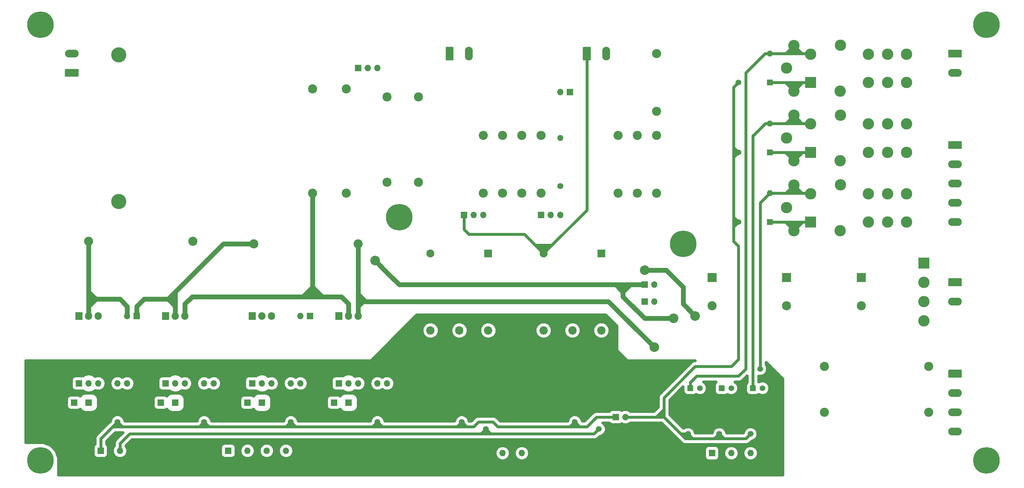
<source format=gbr>
G04 #@! TF.GenerationSoftware,KiCad,Pcbnew,5.0.2-bee76a0~70~ubuntu18.04.1*
G04 #@! TF.CreationDate,2019-06-18T17:13:29-03:00*
G04 #@! TF.ProjectId,estabilizador,65737461-6269-46c6-997a-61646f722e6b,rev?*
G04 #@! TF.SameCoordinates,Original*
G04 #@! TF.FileFunction,Copper,L1,Top*
G04 #@! TF.FilePolarity,Positive*
%FSLAX46Y46*%
G04 Gerber Fmt 4.6, Leading zero omitted, Abs format (unit mm)*
G04 Created by KiCad (PCBNEW 5.0.2-bee76a0~70~ubuntu18.04.1) date Tue 18 Jun 2019 05:13:29 PM -03*
%MOMM*%
%LPD*%
G01*
G04 APERTURE LIST*
G04 #@! TA.AperFunction,ComponentPad*
%ADD10C,3.000000*%
G04 #@! TD*
G04 #@! TA.AperFunction,ComponentPad*
%ADD11R,3.000000X3.000000*%
G04 #@! TD*
G04 #@! TA.AperFunction,ComponentPad*
%ADD12R,1.700000X1.700000*%
G04 #@! TD*
G04 #@! TA.AperFunction,ComponentPad*
%ADD13O,1.700000X1.700000*%
G04 #@! TD*
G04 #@! TA.AperFunction,ComponentPad*
%ADD14C,2.400000*%
G04 #@! TD*
G04 #@! TA.AperFunction,ComponentPad*
%ADD15R,1.905000X2.000000*%
G04 #@! TD*
G04 #@! TA.AperFunction,ComponentPad*
%ADD16O,1.905000X2.000000*%
G04 #@! TD*
G04 #@! TA.AperFunction,Conductor*
%ADD17C,0.100000*%
G04 #@! TD*
G04 #@! TA.AperFunction,ComponentPad*
%ADD18C,2.080000*%
G04 #@! TD*
G04 #@! TA.AperFunction,ComponentPad*
%ADD19O,3.600000X2.080000*%
G04 #@! TD*
G04 #@! TA.AperFunction,ComponentPad*
%ADD20C,2.200000*%
G04 #@! TD*
G04 #@! TA.AperFunction,ComponentPad*
%ADD21R,2.100000X2.100000*%
G04 #@! TD*
G04 #@! TA.AperFunction,ComponentPad*
%ADD22C,2.100000*%
G04 #@! TD*
G04 #@! TA.AperFunction,ComponentPad*
%ADD23O,2.400000X2.400000*%
G04 #@! TD*
G04 #@! TA.AperFunction,ComponentPad*
%ADD24C,1.600000*%
G04 #@! TD*
G04 #@! TA.AperFunction,ComponentPad*
%ADD25O,1.600000X1.600000*%
G04 #@! TD*
G04 #@! TA.AperFunction,ComponentPad*
%ADD26R,2.400000X2.400000*%
G04 #@! TD*
G04 #@! TA.AperFunction,ComponentPad*
%ADD27R,1.600000X1.600000*%
G04 #@! TD*
G04 #@! TA.AperFunction,ComponentPad*
%ADD28C,4.000000*%
G04 #@! TD*
G04 #@! TA.AperFunction,ComponentPad*
%ADD29R,1.500000X1.500000*%
G04 #@! TD*
G04 #@! TA.AperFunction,ComponentPad*
%ADD30C,1.500000*%
G04 #@! TD*
G04 #@! TA.AperFunction,ComponentPad*
%ADD31O,2.080000X3.600000*%
G04 #@! TD*
G04 #@! TA.AperFunction,ViaPad*
%ADD32C,7.000000*%
G04 #@! TD*
G04 #@! TA.AperFunction,ViaPad*
%ADD33C,1.524000*%
G04 #@! TD*
G04 #@! TA.AperFunction,ViaPad*
%ADD34C,2.540000*%
G04 #@! TD*
G04 #@! TA.AperFunction,Conductor*
%ADD35C,0.762000*%
G04 #@! TD*
G04 #@! TA.AperFunction,Conductor*
%ADD36C,1.270000*%
G04 #@! TD*
G04 #@! TA.AperFunction,Conductor*
%ADD37C,0.254000*%
G04 #@! TD*
G04 #@! TA.AperFunction,Conductor*
%ADD38C,0.025400*%
G04 #@! TD*
G04 APERTURE END LIST*
D10*
G04 #@! TO.P,K1,A1*
G04 #@! TO.N,Net-(D2-Pad2)*
X222295000Y-39770000D03*
G04 #@! TO.P,K1,12*
G04 #@! TO.N,Net-(K1-Pad12)*
X234545000Y-39720000D03*
G04 #@! TO.P,K1,A2*
G04 #@! TO.N,+12L*
X222295000Y-51770000D03*
G04 #@! TO.P,K1,14*
G04 #@! TO.N,/VtapIn*
X234495000Y-51770000D03*
G04 #@! TO.P,K1,11*
G04 #@! TO.N,LINE*
X220345000Y-45720000D03*
G04 #@! TO.P,K1,24*
G04 #@! TO.N,Net-(K1-Pad24)*
X252035000Y-49530000D03*
G04 #@! TO.P,K1,11*
G04 #@! TO.N,LINE*
X246995000Y-42030000D03*
G04 #@! TO.P,K1,22*
G04 #@! TO.N,Net-(K1-Pad22)*
X241955000Y-49530000D03*
G04 #@! TO.P,K1,12*
G04 #@! TO.N,Net-(K1-Pad12)*
X241955000Y-42030000D03*
G04 #@! TO.P,K1,14*
G04 #@! TO.N,/VtapIn*
X252035000Y-42030000D03*
G04 #@! TO.P,K1,21*
G04 #@! TO.N,Net-(K1-Pad21)*
X246995000Y-49530000D03*
G04 #@! TO.P,K1,A1*
G04 #@! TO.N,Net-(D2-Pad2)*
X226695000Y-42030000D03*
D11*
G04 #@! TO.P,K1,A2*
G04 #@! TO.N,+12L*
X226695000Y-49530000D03*
G04 #@! TD*
D10*
G04 #@! TO.P,K2,A1*
G04 #@! TO.N,Net-(D3-Pad2)*
X222295000Y-76600000D03*
G04 #@! TO.P,K2,24*
G04 #@! TO.N,/Vtap2*
X234545000Y-76550000D03*
G04 #@! TO.P,K2,A2*
G04 #@! TO.N,+12L*
X222295000Y-88600000D03*
G04 #@! TO.P,K2,22*
G04 #@! TO.N,/Vtap3*
X234495000Y-88600000D03*
G04 #@! TO.P,K2,21*
G04 #@! TO.N,Net-(K2-Pad21)*
X220345000Y-82550000D03*
G04 #@! TO.P,K2,24*
G04 #@! TO.N,/Vtap2*
X252035000Y-86360000D03*
G04 #@! TO.P,K2,11*
G04 #@! TO.N,Net-(K2-Pad11)*
X246995000Y-78860000D03*
G04 #@! TO.P,K2,22*
G04 #@! TO.N,/Vtap3*
X241955000Y-86360000D03*
G04 #@! TO.P,K2,12*
G04 #@! TO.N,Net-(K2-Pad12)*
X241955000Y-78860000D03*
G04 #@! TO.P,K2,14*
G04 #@! TO.N,Net-(K2-Pad14)*
X252035000Y-78860000D03*
G04 #@! TO.P,K2,21*
G04 #@! TO.N,Net-(K2-Pad21)*
X246995000Y-86360000D03*
G04 #@! TO.P,K2,A1*
G04 #@! TO.N,Net-(D3-Pad2)*
X226695000Y-78860000D03*
D11*
G04 #@! TO.P,K2,A2*
G04 #@! TO.N,+12L*
X226695000Y-86360000D03*
G04 #@! TD*
G04 #@! TO.P,K3,A2*
G04 #@! TO.N,+12L*
X226695000Y-67945000D03*
D10*
G04 #@! TO.P,K3,A1*
G04 #@! TO.N,Net-(D4-Pad2)*
X226695000Y-60445000D03*
G04 #@! TO.P,K3,21*
G04 #@! TO.N,/VtapOut*
X246995000Y-67945000D03*
G04 #@! TO.P,K3,14*
G04 #@! TO.N,Net-(K3-Pad14)*
X252035000Y-60445000D03*
G04 #@! TO.P,K3,12*
G04 #@! TO.N,Net-(K3-Pad12)*
X241955000Y-60445000D03*
G04 #@! TO.P,K3,22*
G04 #@! TO.N,Net-(K2-Pad21)*
X241955000Y-67945000D03*
G04 #@! TO.P,K3,11*
G04 #@! TO.N,Net-(K3-Pad11)*
X246995000Y-60445000D03*
G04 #@! TO.P,K3,24*
G04 #@! TO.N,/Vtap1*
X252035000Y-67945000D03*
G04 #@! TO.P,K3,21*
G04 #@! TO.N,/VtapOut*
X220345000Y-64135000D03*
G04 #@! TO.P,K3,22*
G04 #@! TO.N,Net-(K2-Pad21)*
X234495000Y-70185000D03*
G04 #@! TO.P,K3,A2*
G04 #@! TO.N,+12L*
X222295000Y-70185000D03*
G04 #@! TO.P,K3,24*
G04 #@! TO.N,/Vtap1*
X234545000Y-58135000D03*
G04 #@! TO.P,K3,A1*
G04 #@! TO.N,Net-(D4-Pad2)*
X222295000Y-58185000D03*
G04 #@! TD*
D12*
G04 #@! TO.P,J14,1*
G04 #@! TO.N,GNDREF*
X142875000Y-147320000D03*
D13*
G04 #@! TO.P,J14,2*
G04 #@! TO.N,/Vm_out*
X145415000Y-147320000D03*
G04 #@! TO.P,J14,3*
G04 #@! TO.N,GNDREF*
X147955000Y-147320000D03*
G04 #@! TO.P,J14,4*
G04 #@! TO.N,/Vm_in*
X150495000Y-147320000D03*
G04 #@! TD*
D14*
G04 #@! TO.P,C12,2*
G04 #@! TO.N,Net-(C12-Pad2)*
X230310000Y-124460000D03*
G04 #@! TO.P,C12,1*
G04 #@! TO.N,Net-(C12-Pad1)*
X257810000Y-124460000D03*
G04 #@! TD*
G04 #@! TO.P,C15,1*
G04 #@! TO.N,Net-(C12-Pad1)*
X79815000Y-92075000D03*
G04 #@! TO.P,C15,2*
G04 #@! TO.N,/Source4*
X107315000Y-92075000D03*
G04 #@! TD*
G04 #@! TO.P,C14,2*
G04 #@! TO.N,/Source3*
X63695000Y-91440000D03*
G04 #@! TO.P,C14,1*
G04 #@! TO.N,Net-(C12-Pad2)*
X36195000Y-91440000D03*
G04 #@! TD*
G04 #@! TO.P,C13,1*
G04 #@! TO.N,/Source3*
X257810000Y-136525000D03*
G04 #@! TO.P,C13,2*
G04 #@! TO.N,/Source4*
X230310000Y-136525000D03*
G04 #@! TD*
D15*
G04 #@! TO.P,Q3,1*
G04 #@! TO.N,/Gate1*
X33655000Y-111125000D03*
D16*
G04 #@! TO.P,Q3,2*
G04 #@! TO.N,Net-(C12-Pad2)*
X36195000Y-111125000D03*
G04 #@! TO.P,Q3,3*
G04 #@! TO.N,/Source1*
X38735000Y-111125000D03*
G04 #@! TD*
G04 #@! TO.P,Q6,3*
G04 #@! TO.N,/Source2*
X61595000Y-111125000D03*
G04 #@! TO.P,Q6,2*
G04 #@! TO.N,Net-(C12-Pad1)*
X59055000Y-111125000D03*
D15*
G04 #@! TO.P,Q6,1*
G04 #@! TO.N,/Gate2*
X56515000Y-111125000D03*
G04 #@! TD*
D17*
G04 #@! TO.N,Net-(C12-Pad1)*
G04 #@! TO.C,J15*
G36*
X266369505Y-125326204D02*
X266393773Y-125329804D01*
X266417572Y-125335765D01*
X266440671Y-125344030D01*
X266462850Y-125354520D01*
X266483893Y-125367132D01*
X266503599Y-125381747D01*
X266521777Y-125398223D01*
X266538253Y-125416401D01*
X266552868Y-125436107D01*
X266565480Y-125457150D01*
X266575970Y-125479329D01*
X266584235Y-125502428D01*
X266590196Y-125526227D01*
X266593796Y-125550495D01*
X266595000Y-125574999D01*
X266595000Y-127155001D01*
X266593796Y-127179505D01*
X266590196Y-127203773D01*
X266584235Y-127227572D01*
X266575970Y-127250671D01*
X266565480Y-127272850D01*
X266552868Y-127293893D01*
X266538253Y-127313599D01*
X266521777Y-127331777D01*
X266503599Y-127348253D01*
X266483893Y-127362868D01*
X266462850Y-127375480D01*
X266440671Y-127385970D01*
X266417572Y-127394235D01*
X266393773Y-127400196D01*
X266369505Y-127403796D01*
X266345001Y-127405000D01*
X263244999Y-127405000D01*
X263220495Y-127403796D01*
X263196227Y-127400196D01*
X263172428Y-127394235D01*
X263149329Y-127385970D01*
X263127150Y-127375480D01*
X263106107Y-127362868D01*
X263086401Y-127348253D01*
X263068223Y-127331777D01*
X263051747Y-127313599D01*
X263037132Y-127293893D01*
X263024520Y-127272850D01*
X263014030Y-127250671D01*
X263005765Y-127227572D01*
X262999804Y-127203773D01*
X262996204Y-127179505D01*
X262995000Y-127155001D01*
X262995000Y-125574999D01*
X262996204Y-125550495D01*
X262999804Y-125526227D01*
X263005765Y-125502428D01*
X263014030Y-125479329D01*
X263024520Y-125457150D01*
X263037132Y-125436107D01*
X263051747Y-125416401D01*
X263068223Y-125398223D01*
X263086401Y-125381747D01*
X263106107Y-125367132D01*
X263127150Y-125354520D01*
X263149329Y-125344030D01*
X263172428Y-125335765D01*
X263196227Y-125329804D01*
X263220495Y-125326204D01*
X263244999Y-125325000D01*
X266345001Y-125325000D01*
X266369505Y-125326204D01*
X266369505Y-125326204D01*
G37*
D18*
G04 #@! TD*
G04 #@! TO.P,J15,1*
G04 #@! TO.N,Net-(C12-Pad1)*
X264795000Y-126365000D03*
D19*
G04 #@! TO.P,J15,2*
G04 #@! TO.N,Net-(C12-Pad2)*
X264795000Y-131445000D03*
G04 #@! TO.P,J15,3*
G04 #@! TO.N,/Source3*
X264795000Y-136525000D03*
G04 #@! TO.P,J15,4*
G04 #@! TO.N,/Source4*
X264795000Y-141605000D03*
G04 #@! TD*
D20*
G04 #@! TO.P,U2,5*
G04 #@! TO.N,+12V*
X163830000Y-114935000D03*
G04 #@! TO.P,U2,6*
G04 #@! TO.N,-12V*
X171450000Y-114935000D03*
G04 #@! TO.P,U2,4*
G04 #@! TO.N,/Vm_in*
X156210000Y-114935000D03*
D21*
G04 #@! TO.P,U2,1*
G04 #@! TO.N,Net-(R16-Pad1)*
X171450000Y-94615000D03*
D22*
G04 #@! TO.P,U2,3*
G04 #@! TO.N,NEUT*
X156210000Y-94615000D03*
G04 #@! TD*
D13*
G04 #@! TO.P,JP9,2*
G04 #@! TO.N,/Source3*
X92075000Y-111125000D03*
D12*
G04 #@! TO.P,JP9,1*
G04 #@! TO.N,/Source4*
X94615000Y-111125000D03*
G04 #@! TD*
G04 #@! TO.P,JP8,1*
G04 #@! TO.N,Net-(C12-Pad1)*
X48895000Y-111125000D03*
D13*
G04 #@! TO.P,JP8,2*
G04 #@! TO.N,Net-(C12-Pad2)*
X46355000Y-111125000D03*
G04 #@! TD*
D12*
G04 #@! TO.P,JP7,1*
G04 #@! TO.N,+12V*
X175260000Y-137795000D03*
D13*
G04 #@! TO.P,JP7,2*
G04 #@! TO.N,+12L*
X177800000Y-137795000D03*
G04 #@! TD*
D12*
G04 #@! TO.P,TP5,1*
G04 #@! TO.N,/Source2*
X59055000Y-133985000D03*
G04 #@! TD*
G04 #@! TO.P,TP6,1*
G04 #@! TO.N,/Gate2*
X55245000Y-133985000D03*
G04 #@! TD*
D23*
G04 #@! TO.P,R15,2*
G04 #@! TO.N,Net-(R13-Pad1)*
X155575000Y-63500000D03*
D14*
G04 #@! TO.P,R15,1*
G04 #@! TO.N,Net-(JP5-Pad1)*
X155575000Y-78740000D03*
G04 #@! TD*
G04 #@! TO.P,R8,1*
G04 #@! TO.N,Net-(R10-Pad2)*
X140335000Y-63500000D03*
D23*
G04 #@! TO.P,R8,2*
G04 #@! TO.N,/Source2*
X140335000Y-78740000D03*
G04 #@! TD*
D24*
G04 #@! TO.P,R11,1*
G04 #@! TO.N,Net-(JP5-Pad3)*
X160655000Y-76835000D03*
D25*
G04 #@! TO.P,R11,2*
G04 #@! TO.N,/Vinv-*
X160655000Y-64135000D03*
G04 #@! TD*
D23*
G04 #@! TO.P,R10,2*
G04 #@! TO.N,Net-(R10-Pad2)*
X145415000Y-78740000D03*
D14*
G04 #@! TO.P,R10,1*
G04 #@! TO.N,Net-(R10-Pad1)*
X145415000Y-63500000D03*
G04 #@! TD*
D23*
G04 #@! TO.P,R9,2*
G04 #@! TO.N,LINE*
X186055000Y-41910000D03*
D14*
G04 #@! TO.P,R9,1*
G04 #@! TO.N,Net-(R12-Pad2)*
X186055000Y-57150000D03*
G04 #@! TD*
D12*
G04 #@! TO.P,J6,1*
G04 #@! TO.N,+12V*
X39370000Y-146685000D03*
D13*
G04 #@! TO.P,J6,2*
G04 #@! TO.N,GNDREF*
X41910000Y-146685000D03*
G04 #@! TO.P,J6,3*
G04 #@! TO.N,-12V*
X44450000Y-146685000D03*
G04 #@! TD*
D15*
G04 #@! TO.P,Q7,1*
G04 #@! TO.N,/Gate4*
X102235000Y-111125000D03*
D16*
G04 #@! TO.P,Q7,2*
G04 #@! TO.N,/Source2*
X104775000Y-111125000D03*
G04 #@! TO.P,Q7,3*
G04 #@! TO.N,/Source4*
X107315000Y-111125000D03*
G04 #@! TD*
D10*
G04 #@! TO.P,D1,4*
G04 #@! TO.N,/LO_in_inv*
X256540000Y-112395000D03*
G04 #@! TO.P,D1,3*
G04 #@! TO.N,/VauxB*
X256540000Y-107315000D03*
G04 #@! TO.P,D1,2*
G04 #@! TO.N,/VauxA*
X256540000Y-102235000D03*
D11*
G04 #@! TO.P,D1,1*
G04 #@! TO.N,/HI_in_inv*
X256540000Y-97155000D03*
G04 #@! TD*
D26*
G04 #@! TO.P,C2,1*
G04 #@! TO.N,/HI_in_inv*
X240030000Y-100965000D03*
D14*
G04 #@! TO.P,C2,2*
G04 #@! TO.N,/LO_in_inv*
X240030000Y-108465000D03*
G04 #@! TD*
G04 #@! TO.P,C3,2*
G04 #@! TO.N,/LO_in_inv*
X200660000Y-108465000D03*
D26*
G04 #@! TO.P,C3,1*
G04 #@! TO.N,/HI_in_inv*
X200660000Y-100965000D03*
G04 #@! TD*
G04 #@! TO.P,C1,1*
G04 #@! TO.N,/HI_in_inv*
X220345000Y-100965000D03*
D14*
G04 #@! TO.P,C1,2*
G04 #@! TO.N,/LO_in_inv*
X220345000Y-108465000D03*
G04 #@! TD*
D17*
G04 #@! TO.N,/Vtap1*
G04 #@! TO.C,J2*
G36*
X266369505Y-65001204D02*
X266393773Y-65004804D01*
X266417572Y-65010765D01*
X266440671Y-65019030D01*
X266462850Y-65029520D01*
X266483893Y-65042132D01*
X266503599Y-65056747D01*
X266521777Y-65073223D01*
X266538253Y-65091401D01*
X266552868Y-65111107D01*
X266565480Y-65132150D01*
X266575970Y-65154329D01*
X266584235Y-65177428D01*
X266590196Y-65201227D01*
X266593796Y-65225495D01*
X266595000Y-65249999D01*
X266595000Y-66830001D01*
X266593796Y-66854505D01*
X266590196Y-66878773D01*
X266584235Y-66902572D01*
X266575970Y-66925671D01*
X266565480Y-66947850D01*
X266552868Y-66968893D01*
X266538253Y-66988599D01*
X266521777Y-67006777D01*
X266503599Y-67023253D01*
X266483893Y-67037868D01*
X266462850Y-67050480D01*
X266440671Y-67060970D01*
X266417572Y-67069235D01*
X266393773Y-67075196D01*
X266369505Y-67078796D01*
X266345001Y-67080000D01*
X263244999Y-67080000D01*
X263220495Y-67078796D01*
X263196227Y-67075196D01*
X263172428Y-67069235D01*
X263149329Y-67060970D01*
X263127150Y-67050480D01*
X263106107Y-67037868D01*
X263086401Y-67023253D01*
X263068223Y-67006777D01*
X263051747Y-66988599D01*
X263037132Y-66968893D01*
X263024520Y-66947850D01*
X263014030Y-66925671D01*
X263005765Y-66902572D01*
X262999804Y-66878773D01*
X262996204Y-66854505D01*
X262995000Y-66830001D01*
X262995000Y-65249999D01*
X262996204Y-65225495D01*
X262999804Y-65201227D01*
X263005765Y-65177428D01*
X263014030Y-65154329D01*
X263024520Y-65132150D01*
X263037132Y-65111107D01*
X263051747Y-65091401D01*
X263068223Y-65073223D01*
X263086401Y-65056747D01*
X263106107Y-65042132D01*
X263127150Y-65029520D01*
X263149329Y-65019030D01*
X263172428Y-65010765D01*
X263196227Y-65004804D01*
X263220495Y-65001204D01*
X263244999Y-65000000D01*
X266345001Y-65000000D01*
X266369505Y-65001204D01*
X266369505Y-65001204D01*
G37*
D18*
G04 #@! TD*
G04 #@! TO.P,J2,1*
G04 #@! TO.N,/Vtap1*
X264795000Y-66040000D03*
D19*
G04 #@! TO.P,J2,2*
G04 #@! TO.N,/VtapIn*
X264795000Y-71120000D03*
G04 #@! TO.P,J2,3*
G04 #@! TO.N,/Vtap2*
X264795000Y-76200000D03*
G04 #@! TO.P,J2,4*
G04 #@! TO.N,/Vtap3*
X264795000Y-81280000D03*
G04 #@! TO.P,J2,5*
G04 #@! TO.N,NEUT*
X264795000Y-86360000D03*
G04 #@! TD*
D27*
G04 #@! TO.P,D2,1*
G04 #@! TO.N,+12L*
X215900000Y-49530000D03*
D25*
G04 #@! TO.P,D2,2*
G04 #@! TO.N,Net-(D2-Pad2)*
X215900000Y-41910000D03*
G04 #@! TD*
D12*
G04 #@! TO.P,JP3,1*
G04 #@! TO.N,/VtapOut*
X163195000Y-52070000D03*
D13*
G04 #@! TO.P,JP3,2*
G04 #@! TO.N,/Vinv-*
X160655000Y-52070000D03*
G04 #@! TD*
D14*
G04 #@! TO.P,C7,2*
G04 #@! TO.N,/Source2*
X114935000Y-75840000D03*
G04 #@! TO.P,C7,1*
G04 #@! TO.N,Net-(C4-Pad2)*
X114935000Y-53340000D03*
G04 #@! TD*
G04 #@! TO.P,C4,1*
G04 #@! TO.N,Net-(C4-Pad1)*
X123190000Y-53340000D03*
G04 #@! TO.P,C4,2*
G04 #@! TO.N,Net-(C4-Pad2)*
X123190000Y-75840000D03*
G04 #@! TD*
D28*
G04 #@! TO.P,L1,2*
G04 #@! TO.N,/Vinv-*
X44115000Y-42275000D03*
G04 #@! TO.P,L1,1*
G04 #@! TO.N,/Source1*
X44115000Y-80915000D03*
G04 #@! TD*
D15*
G04 #@! TO.P,Q4,1*
G04 #@! TO.N,/Gate3*
X79375000Y-111125000D03*
D16*
G04 #@! TO.P,Q4,2*
G04 #@! TO.N,/Source1*
X81915000Y-111125000D03*
G04 #@! TO.P,Q4,3*
G04 #@! TO.N,/Source3*
X84455000Y-111125000D03*
G04 #@! TD*
D13*
G04 #@! TO.P,JP5,3*
G04 #@! TO.N,Net-(JP5-Pad3)*
X160655000Y-84455000D03*
G04 #@! TO.P,JP5,2*
G04 #@! TO.N,Net-(JP5-Pad2)*
X158115000Y-84455000D03*
D12*
G04 #@! TO.P,JP5,1*
G04 #@! TO.N,Net-(JP5-Pad1)*
X155575000Y-84455000D03*
G04 #@! TD*
G04 #@! TO.P,J3,1*
G04 #@! TO.N,/RL1*
X200660000Y-147320000D03*
D13*
G04 #@! TO.P,J3,2*
G04 #@! TO.N,GNDREF*
X203200000Y-147320000D03*
G04 #@! TO.P,J3,3*
G04 #@! TO.N,/RL2*
X205740000Y-147320000D03*
G04 #@! TO.P,J3,4*
G04 #@! TO.N,GNDREF*
X208280000Y-147320000D03*
G04 #@! TO.P,J3,5*
G04 #@! TO.N,/RL3*
X210820000Y-147320000D03*
G04 #@! TO.P,J3,6*
G04 #@! TO.N,GNDREF*
X213360000Y-147320000D03*
G04 #@! TD*
D12*
G04 #@! TO.P,J5,1*
G04 #@! TO.N,/PWM1*
X73025000Y-146685000D03*
D13*
G04 #@! TO.P,J5,2*
G04 #@! TO.N,GNDREF*
X75565000Y-146685000D03*
G04 #@! TO.P,J5,3*
G04 #@! TO.N,/PWM2*
X78105000Y-146685000D03*
G04 #@! TO.P,J5,4*
G04 #@! TO.N,GNDREF*
X80645000Y-146685000D03*
G04 #@! TO.P,J5,5*
G04 #@! TO.N,/PWM3*
X83185000Y-146685000D03*
G04 #@! TO.P,J5,6*
G04 #@! TO.N,GNDREF*
X85725000Y-146685000D03*
G04 #@! TO.P,J5,7*
G04 #@! TO.N,/PWM4*
X88265000Y-146685000D03*
G04 #@! TO.P,J5,8*
G04 #@! TO.N,GNDREF*
X90805000Y-146685000D03*
G04 #@! TD*
D29*
G04 #@! TO.P,Q5,1*
G04 #@! TO.N,Net-(D4-Pad2)*
X211455000Y-130175000D03*
D30*
G04 #@! TO.P,Q5,3*
G04 #@! TO.N,GNDREF*
X216535000Y-130175000D03*
G04 #@! TO.P,Q5,2*
G04 #@! TO.N,Net-(Q5-Pad2)*
X213995000Y-130175000D03*
G04 #@! TD*
G04 #@! TO.P,Q1,2*
G04 #@! TO.N,Net-(Q1-Pad2)*
X197485000Y-130175000D03*
G04 #@! TO.P,Q1,3*
G04 #@! TO.N,GNDREF*
X200025000Y-130175000D03*
D29*
G04 #@! TO.P,Q1,1*
G04 #@! TO.N,Net-(D2-Pad2)*
X194945000Y-130175000D03*
G04 #@! TD*
D30*
G04 #@! TO.P,Q2,2*
G04 #@! TO.N,Net-(Q2-Pad2)*
X205740000Y-130175000D03*
G04 #@! TO.P,Q2,3*
G04 #@! TO.N,GNDREF*
X208280000Y-130175000D03*
D29*
G04 #@! TO.P,Q2,1*
G04 #@! TO.N,Net-(D3-Pad2)*
X203200000Y-130175000D03*
G04 #@! TD*
D14*
G04 #@! TO.P,C5,2*
G04 #@! TO.N,/Source2*
X104140000Y-78740000D03*
G04 #@! TO.P,C5,1*
G04 #@! TO.N,Net-(C5-Pad1)*
X104140000Y-51240000D03*
G04 #@! TD*
G04 #@! TO.P,C6,1*
G04 #@! TO.N,Net-(C5-Pad1)*
X95250000Y-51240000D03*
G04 #@! TO.P,C6,2*
G04 #@! TO.N,/Source2*
X95250000Y-78740000D03*
G04 #@! TD*
D17*
G04 #@! TO.N,NEUT*
G04 #@! TO.C,J11*
G36*
X168454505Y-40111204D02*
X168478773Y-40114804D01*
X168502572Y-40120765D01*
X168525671Y-40129030D01*
X168547850Y-40139520D01*
X168568893Y-40152132D01*
X168588599Y-40166747D01*
X168606777Y-40183223D01*
X168623253Y-40201401D01*
X168637868Y-40221107D01*
X168650480Y-40242150D01*
X168660970Y-40264329D01*
X168669235Y-40287428D01*
X168675196Y-40311227D01*
X168678796Y-40335495D01*
X168680000Y-40359999D01*
X168680000Y-43460001D01*
X168678796Y-43484505D01*
X168675196Y-43508773D01*
X168669235Y-43532572D01*
X168660970Y-43555671D01*
X168650480Y-43577850D01*
X168637868Y-43598893D01*
X168623253Y-43618599D01*
X168606777Y-43636777D01*
X168588599Y-43653253D01*
X168568893Y-43667868D01*
X168547850Y-43680480D01*
X168525671Y-43690970D01*
X168502572Y-43699235D01*
X168478773Y-43705196D01*
X168454505Y-43708796D01*
X168430001Y-43710000D01*
X166849999Y-43710000D01*
X166825495Y-43708796D01*
X166801227Y-43705196D01*
X166777428Y-43699235D01*
X166754329Y-43690970D01*
X166732150Y-43680480D01*
X166711107Y-43667868D01*
X166691401Y-43653253D01*
X166673223Y-43636777D01*
X166656747Y-43618599D01*
X166642132Y-43598893D01*
X166629520Y-43577850D01*
X166619030Y-43555671D01*
X166610765Y-43532572D01*
X166604804Y-43508773D01*
X166601204Y-43484505D01*
X166600000Y-43460001D01*
X166600000Y-40359999D01*
X166601204Y-40335495D01*
X166604804Y-40311227D01*
X166610765Y-40287428D01*
X166619030Y-40264329D01*
X166629520Y-40242150D01*
X166642132Y-40221107D01*
X166656747Y-40201401D01*
X166673223Y-40183223D01*
X166691401Y-40166747D01*
X166711107Y-40152132D01*
X166732150Y-40139520D01*
X166754329Y-40129030D01*
X166777428Y-40120765D01*
X166801227Y-40114804D01*
X166825495Y-40111204D01*
X166849999Y-40110000D01*
X168430001Y-40110000D01*
X168454505Y-40111204D01*
X168454505Y-40111204D01*
G37*
D18*
G04 #@! TD*
G04 #@! TO.P,J11,1*
G04 #@! TO.N,NEUT*
X167640000Y-41910000D03*
D31*
G04 #@! TO.P,J11,2*
G04 #@! TO.N,/VtapOut*
X172720000Y-41910000D03*
G04 #@! TD*
G04 #@! TO.P,J12,2*
G04 #@! TO.N,/Source2*
X136525000Y-41910000D03*
D17*
G04 #@! TD*
G04 #@! TO.N,/Vinv-*
G04 #@! TO.C,J12*
G36*
X132259505Y-40111204D02*
X132283773Y-40114804D01*
X132307572Y-40120765D01*
X132330671Y-40129030D01*
X132352850Y-40139520D01*
X132373893Y-40152132D01*
X132393599Y-40166747D01*
X132411777Y-40183223D01*
X132428253Y-40201401D01*
X132442868Y-40221107D01*
X132455480Y-40242150D01*
X132465970Y-40264329D01*
X132474235Y-40287428D01*
X132480196Y-40311227D01*
X132483796Y-40335495D01*
X132485000Y-40359999D01*
X132485000Y-43460001D01*
X132483796Y-43484505D01*
X132480196Y-43508773D01*
X132474235Y-43532572D01*
X132465970Y-43555671D01*
X132455480Y-43577850D01*
X132442868Y-43598893D01*
X132428253Y-43618599D01*
X132411777Y-43636777D01*
X132393599Y-43653253D01*
X132373893Y-43667868D01*
X132352850Y-43680480D01*
X132330671Y-43690970D01*
X132307572Y-43699235D01*
X132283773Y-43705196D01*
X132259505Y-43708796D01*
X132235001Y-43710000D01*
X130654999Y-43710000D01*
X130630495Y-43708796D01*
X130606227Y-43705196D01*
X130582428Y-43699235D01*
X130559329Y-43690970D01*
X130537150Y-43680480D01*
X130516107Y-43667868D01*
X130496401Y-43653253D01*
X130478223Y-43636777D01*
X130461747Y-43618599D01*
X130447132Y-43598893D01*
X130434520Y-43577850D01*
X130424030Y-43555671D01*
X130415765Y-43532572D01*
X130409804Y-43508773D01*
X130406204Y-43484505D01*
X130405000Y-43460001D01*
X130405000Y-40359999D01*
X130406204Y-40335495D01*
X130409804Y-40311227D01*
X130415765Y-40287428D01*
X130424030Y-40264329D01*
X130434520Y-40242150D01*
X130447132Y-40221107D01*
X130461747Y-40201401D01*
X130478223Y-40183223D01*
X130496401Y-40166747D01*
X130516107Y-40152132D01*
X130537150Y-40139520D01*
X130559329Y-40129030D01*
X130582428Y-40120765D01*
X130606227Y-40114804D01*
X130630495Y-40111204D01*
X130654999Y-40110000D01*
X132235001Y-40110000D01*
X132259505Y-40111204D01*
X132259505Y-40111204D01*
G37*
D18*
G04 #@! TO.P,J12,1*
G04 #@! TO.N,/Vinv-*
X131445000Y-41910000D03*
G04 #@! TD*
D17*
G04 #@! TO.N,/Source2*
G04 #@! TO.C,J13*
G36*
X33324505Y-45951204D02*
X33348773Y-45954804D01*
X33372572Y-45960765D01*
X33395671Y-45969030D01*
X33417850Y-45979520D01*
X33438893Y-45992132D01*
X33458599Y-46006747D01*
X33476777Y-46023223D01*
X33493253Y-46041401D01*
X33507868Y-46061107D01*
X33520480Y-46082150D01*
X33530970Y-46104329D01*
X33539235Y-46127428D01*
X33545196Y-46151227D01*
X33548796Y-46175495D01*
X33550000Y-46199999D01*
X33550000Y-47780001D01*
X33548796Y-47804505D01*
X33545196Y-47828773D01*
X33539235Y-47852572D01*
X33530970Y-47875671D01*
X33520480Y-47897850D01*
X33507868Y-47918893D01*
X33493253Y-47938599D01*
X33476777Y-47956777D01*
X33458599Y-47973253D01*
X33438893Y-47987868D01*
X33417850Y-48000480D01*
X33395671Y-48010970D01*
X33372572Y-48019235D01*
X33348773Y-48025196D01*
X33324505Y-48028796D01*
X33300001Y-48030000D01*
X30199999Y-48030000D01*
X30175495Y-48028796D01*
X30151227Y-48025196D01*
X30127428Y-48019235D01*
X30104329Y-48010970D01*
X30082150Y-48000480D01*
X30061107Y-47987868D01*
X30041401Y-47973253D01*
X30023223Y-47956777D01*
X30006747Y-47938599D01*
X29992132Y-47918893D01*
X29979520Y-47897850D01*
X29969030Y-47875671D01*
X29960765Y-47852572D01*
X29954804Y-47828773D01*
X29951204Y-47804505D01*
X29950000Y-47780001D01*
X29950000Y-46199999D01*
X29951204Y-46175495D01*
X29954804Y-46151227D01*
X29960765Y-46127428D01*
X29969030Y-46104329D01*
X29979520Y-46082150D01*
X29992132Y-46061107D01*
X30006747Y-46041401D01*
X30023223Y-46023223D01*
X30041401Y-46006747D01*
X30061107Y-45992132D01*
X30082150Y-45979520D01*
X30104329Y-45969030D01*
X30127428Y-45960765D01*
X30151227Y-45954804D01*
X30175495Y-45951204D01*
X30199999Y-45950000D01*
X33300001Y-45950000D01*
X33324505Y-45951204D01*
X33324505Y-45951204D01*
G37*
D18*
G04 #@! TD*
G04 #@! TO.P,J13,1*
G04 #@! TO.N,/Source2*
X31750000Y-46990000D03*
D19*
G04 #@! TO.P,J13,2*
G04 #@! TO.N,NEUT*
X31750000Y-41910000D03*
G04 #@! TD*
G04 #@! TO.P,J1,2*
G04 #@! TO.N,LINE*
X264795000Y-46990000D03*
D17*
G04 #@! TD*
G04 #@! TO.N,NEUT*
G04 #@! TO.C,J1*
G36*
X266369505Y-40871204D02*
X266393773Y-40874804D01*
X266417572Y-40880765D01*
X266440671Y-40889030D01*
X266462850Y-40899520D01*
X266483893Y-40912132D01*
X266503599Y-40926747D01*
X266521777Y-40943223D01*
X266538253Y-40961401D01*
X266552868Y-40981107D01*
X266565480Y-41002150D01*
X266575970Y-41024329D01*
X266584235Y-41047428D01*
X266590196Y-41071227D01*
X266593796Y-41095495D01*
X266595000Y-41119999D01*
X266595000Y-42700001D01*
X266593796Y-42724505D01*
X266590196Y-42748773D01*
X266584235Y-42772572D01*
X266575970Y-42795671D01*
X266565480Y-42817850D01*
X266552868Y-42838893D01*
X266538253Y-42858599D01*
X266521777Y-42876777D01*
X266503599Y-42893253D01*
X266483893Y-42907868D01*
X266462850Y-42920480D01*
X266440671Y-42930970D01*
X266417572Y-42939235D01*
X266393773Y-42945196D01*
X266369505Y-42948796D01*
X266345001Y-42950000D01*
X263244999Y-42950000D01*
X263220495Y-42948796D01*
X263196227Y-42945196D01*
X263172428Y-42939235D01*
X263149329Y-42930970D01*
X263127150Y-42920480D01*
X263106107Y-42907868D01*
X263086401Y-42893253D01*
X263068223Y-42876777D01*
X263051747Y-42858599D01*
X263037132Y-42838893D01*
X263024520Y-42817850D01*
X263014030Y-42795671D01*
X263005765Y-42772572D01*
X262999804Y-42748773D01*
X262996204Y-42724505D01*
X262995000Y-42700001D01*
X262995000Y-41119999D01*
X262996204Y-41095495D01*
X262999804Y-41071227D01*
X263005765Y-41047428D01*
X263014030Y-41024329D01*
X263024520Y-41002150D01*
X263037132Y-40981107D01*
X263051747Y-40961401D01*
X263068223Y-40943223D01*
X263086401Y-40926747D01*
X263106107Y-40912132D01*
X263127150Y-40899520D01*
X263149329Y-40889030D01*
X263172428Y-40880765D01*
X263196227Y-40874804D01*
X263220495Y-40871204D01*
X263244999Y-40870000D01*
X266345001Y-40870000D01*
X266369505Y-40871204D01*
X266369505Y-40871204D01*
G37*
D18*
G04 #@! TO.P,J1,1*
G04 #@! TO.N,NEUT*
X264795000Y-41910000D03*
G04 #@! TD*
D17*
G04 #@! TO.N,/VauxA*
G04 #@! TO.C,J4*
G36*
X266369505Y-101196204D02*
X266393773Y-101199804D01*
X266417572Y-101205765D01*
X266440671Y-101214030D01*
X266462850Y-101224520D01*
X266483893Y-101237132D01*
X266503599Y-101251747D01*
X266521777Y-101268223D01*
X266538253Y-101286401D01*
X266552868Y-101306107D01*
X266565480Y-101327150D01*
X266575970Y-101349329D01*
X266584235Y-101372428D01*
X266590196Y-101396227D01*
X266593796Y-101420495D01*
X266595000Y-101444999D01*
X266595000Y-103025001D01*
X266593796Y-103049505D01*
X266590196Y-103073773D01*
X266584235Y-103097572D01*
X266575970Y-103120671D01*
X266565480Y-103142850D01*
X266552868Y-103163893D01*
X266538253Y-103183599D01*
X266521777Y-103201777D01*
X266503599Y-103218253D01*
X266483893Y-103232868D01*
X266462850Y-103245480D01*
X266440671Y-103255970D01*
X266417572Y-103264235D01*
X266393773Y-103270196D01*
X266369505Y-103273796D01*
X266345001Y-103275000D01*
X263244999Y-103275000D01*
X263220495Y-103273796D01*
X263196227Y-103270196D01*
X263172428Y-103264235D01*
X263149329Y-103255970D01*
X263127150Y-103245480D01*
X263106107Y-103232868D01*
X263086401Y-103218253D01*
X263068223Y-103201777D01*
X263051747Y-103183599D01*
X263037132Y-103163893D01*
X263024520Y-103142850D01*
X263014030Y-103120671D01*
X263005765Y-103097572D01*
X262999804Y-103073773D01*
X262996204Y-103049505D01*
X262995000Y-103025001D01*
X262995000Y-101444999D01*
X262996204Y-101420495D01*
X262999804Y-101396227D01*
X263005765Y-101372428D01*
X263014030Y-101349329D01*
X263024520Y-101327150D01*
X263037132Y-101306107D01*
X263051747Y-101286401D01*
X263068223Y-101268223D01*
X263086401Y-101251747D01*
X263106107Y-101237132D01*
X263127150Y-101224520D01*
X263149329Y-101214030D01*
X263172428Y-101205765D01*
X263196227Y-101199804D01*
X263220495Y-101196204D01*
X263244999Y-101195000D01*
X266345001Y-101195000D01*
X266369505Y-101196204D01*
X266369505Y-101196204D01*
G37*
D18*
G04 #@! TD*
G04 #@! TO.P,J4,1*
G04 #@! TO.N,/VauxA*
X264795000Y-102235000D03*
D19*
G04 #@! TO.P,J4,2*
G04 #@! TO.N,/VauxB*
X264795000Y-107315000D03*
G04 #@! TD*
D12*
G04 #@! TO.P,TP4,1*
G04 #@! TO.N,/Gate3*
X78105000Y-133985000D03*
G04 #@! TD*
G04 #@! TO.P,TP1,1*
G04 #@! TO.N,/Source4*
X104775000Y-133985000D03*
G04 #@! TD*
G04 #@! TO.P,TP2,1*
G04 #@! TO.N,/Gate4*
X100965000Y-133985000D03*
G04 #@! TD*
G04 #@! TO.P,TP3,1*
G04 #@! TO.N,/Source3*
X81915000Y-133985000D03*
G04 #@! TD*
G04 #@! TO.P,TP7,1*
G04 #@! TO.N,/Source1*
X36195000Y-133985000D03*
G04 #@! TD*
G04 #@! TO.P,TP8,1*
G04 #@! TO.N,/Gate1*
X32385000Y-133985000D03*
G04 #@! TD*
G04 #@! TO.P,JP1,1*
G04 #@! TO.N,Net-(C12-Pad2)*
X182880000Y-102870000D03*
D13*
G04 #@! TO.P,JP1,2*
G04 #@! TO.N,/HI_in_inv*
X185420000Y-102870000D03*
G04 #@! TD*
G04 #@! TO.P,JP2,2*
G04 #@! TO.N,/LO_in_inv*
X185420000Y-107315000D03*
D12*
G04 #@! TO.P,JP2,1*
G04 #@! TO.N,/Source3*
X182880000Y-107315000D03*
G04 #@! TD*
G04 #@! TO.P,JP4,1*
G04 #@! TO.N,Net-(C5-Pad1)*
X107315000Y-45720000D03*
D13*
G04 #@! TO.P,JP4,2*
G04 #@! TO.N,/Vinv-*
X109855000Y-45720000D03*
G04 #@! TO.P,JP4,3*
G04 #@! TO.N,Net-(C4-Pad1)*
X112395000Y-45720000D03*
G04 #@! TD*
D12*
G04 #@! TO.P,JP6,1*
G04 #@! TO.N,NEUT*
X135255000Y-84455000D03*
D13*
G04 #@! TO.P,JP6,2*
G04 #@! TO.N,Net-(JP6-Pad2)*
X137795000Y-84455000D03*
G04 #@! TO.P,JP6,3*
G04 #@! TO.N,/Source2*
X140335000Y-84455000D03*
G04 #@! TD*
G04 #@! TO.P,J10,7*
G04 #@! TO.N,GNDREF*
X48895000Y-128905000D03*
G04 #@! TO.P,J10,6*
G04 #@! TO.N,/PWM1*
X46355000Y-128905000D03*
G04 #@! TO.P,J10,5*
G04 #@! TO.N,+12V*
X43815000Y-128905000D03*
G04 #@! TO.P,J10,4*
G04 #@! TO.N,GNDREF*
X41275000Y-128905000D03*
G04 #@! TO.P,J10,3*
G04 #@! TO.N,Net-(J10-Pad3)*
X38735000Y-128905000D03*
G04 #@! TO.P,J10,2*
G04 #@! TO.N,/Source1*
X36195000Y-128905000D03*
D12*
G04 #@! TO.P,J10,1*
G04 #@! TO.N,/Gate1*
X33655000Y-128905000D03*
G04 #@! TD*
G04 #@! TO.P,J7,1*
G04 #@! TO.N,/Gate4*
X102235000Y-128905000D03*
D13*
G04 #@! TO.P,J7,2*
G04 #@! TO.N,/Source4*
X104775000Y-128905000D03*
G04 #@! TO.P,J7,3*
G04 #@! TO.N,Net-(J7-Pad3)*
X107315000Y-128905000D03*
G04 #@! TO.P,J7,4*
G04 #@! TO.N,GNDREF*
X109855000Y-128905000D03*
G04 #@! TO.P,J7,5*
G04 #@! TO.N,+12V*
X112395000Y-128905000D03*
G04 #@! TO.P,J7,6*
G04 #@! TO.N,/PWM4*
X114935000Y-128905000D03*
G04 #@! TO.P,J7,7*
G04 #@! TO.N,GNDREF*
X117475000Y-128905000D03*
G04 #@! TD*
G04 #@! TO.P,J9,7*
G04 #@! TO.N,GNDREF*
X71755000Y-128905000D03*
G04 #@! TO.P,J9,6*
G04 #@! TO.N,/PWM2*
X69215000Y-128905000D03*
G04 #@! TO.P,J9,5*
G04 #@! TO.N,+12V*
X66675000Y-128905000D03*
G04 #@! TO.P,J9,4*
G04 #@! TO.N,GNDREF*
X64135000Y-128905000D03*
G04 #@! TO.P,J9,3*
G04 #@! TO.N,Net-(J9-Pad3)*
X61595000Y-128905000D03*
G04 #@! TO.P,J9,2*
G04 #@! TO.N,/Source2*
X59055000Y-128905000D03*
D12*
G04 #@! TO.P,J9,1*
G04 #@! TO.N,/Gate2*
X56515000Y-128905000D03*
G04 #@! TD*
G04 #@! TO.P,J8,1*
G04 #@! TO.N,/Gate3*
X79375000Y-128905000D03*
D13*
G04 #@! TO.P,J8,2*
G04 #@! TO.N,/Source3*
X81915000Y-128905000D03*
G04 #@! TO.P,J8,3*
G04 #@! TO.N,Net-(J8-Pad3)*
X84455000Y-128905000D03*
G04 #@! TO.P,J8,4*
G04 #@! TO.N,GNDREF*
X86995000Y-128905000D03*
G04 #@! TO.P,J8,5*
G04 #@! TO.N,+12V*
X89535000Y-128905000D03*
G04 #@! TO.P,J8,6*
G04 #@! TO.N,/PWM3*
X92075000Y-128905000D03*
G04 #@! TO.P,J8,7*
G04 #@! TO.N,GNDREF*
X94615000Y-128905000D03*
G04 #@! TD*
D25*
G04 #@! TO.P,D3,2*
G04 #@! TO.N,Net-(D3-Pad2)*
X215900000Y-78740000D03*
D27*
G04 #@! TO.P,D3,1*
G04 #@! TO.N,+12L*
X215900000Y-86360000D03*
G04 #@! TD*
G04 #@! TO.P,D4,1*
G04 #@! TO.N,+12L*
X215900000Y-67945000D03*
D25*
G04 #@! TO.P,D4,2*
G04 #@! TO.N,Net-(D4-Pad2)*
X215900000Y-60325000D03*
G04 #@! TD*
D14*
G04 #@! TO.P,R16,1*
G04 #@! TO.N,Net-(R16-Pad1)*
X175895000Y-78740000D03*
D23*
G04 #@! TO.P,R16,2*
G04 #@! TO.N,Net-(R14-Pad1)*
X175895000Y-63500000D03*
G04 #@! TD*
D14*
G04 #@! TO.P,R14,1*
G04 #@! TO.N,Net-(R14-Pad1)*
X180975000Y-63500000D03*
D23*
G04 #@! TO.P,R14,2*
G04 #@! TO.N,Net-(R12-Pad1)*
X180975000Y-78740000D03*
G04 #@! TD*
G04 #@! TO.P,R13,2*
G04 #@! TO.N,Net-(R10-Pad1)*
X150495000Y-78740000D03*
D14*
G04 #@! TO.P,R13,1*
G04 #@! TO.N,Net-(R13-Pad1)*
X150495000Y-63500000D03*
G04 #@! TD*
G04 #@! TO.P,R12,1*
G04 #@! TO.N,Net-(R12-Pad1)*
X186055000Y-78740000D03*
D23*
G04 #@! TO.P,R12,2*
G04 #@! TO.N,Net-(R12-Pad2)*
X186055000Y-63500000D03*
G04 #@! TD*
D22*
G04 #@! TO.P,U1,3*
G04 #@! TO.N,Net-(JP6-Pad2)*
X126365000Y-94615000D03*
D21*
G04 #@! TO.P,U1,1*
G04 #@! TO.N,Net-(JP5-Pad2)*
X141605000Y-94615000D03*
D20*
G04 #@! TO.P,U1,4*
G04 #@! TO.N,/Vm_out*
X126365000Y-114935000D03*
G04 #@! TO.P,U1,6*
G04 #@! TO.N,-12V*
X141605000Y-114935000D03*
G04 #@! TO.P,U1,5*
G04 #@! TO.N,+12V*
X133985000Y-114935000D03*
G04 #@! TD*
D32*
G04 #@! TO.N,*
X273050000Y-149225000D03*
X273050000Y-34290000D03*
X23495000Y-34290000D03*
X23495000Y-149225000D03*
X193040000Y-92075000D03*
X118110000Y-85090000D03*
D33*
G04 #@! TO.N,-12V*
X140970000Y-140970000D03*
X170815000Y-140970000D03*
G04 #@! TO.N,+12V*
X43815000Y-139065000D03*
X112395000Y-139065000D03*
X89535000Y-139065000D03*
X66675000Y-139065000D03*
X134620000Y-139065000D03*
X164465000Y-139065000D03*
G04 #@! TO.N,Net-(D3-Pad2)*
X213360000Y-125095000D03*
G04 #@! TO.N,GNDREF*
X216535000Y-126365000D03*
X193040000Y-123825000D03*
X107950000Y-123825000D03*
X99695000Y-123825000D03*
X85090000Y-123825000D03*
X76835000Y-123825000D03*
X62230000Y-123825000D03*
X53975000Y-123825000D03*
X39370000Y-123825000D03*
X31115000Y-123825000D03*
G04 #@! TO.N,+12L*
X207645000Y-49530000D03*
X207645000Y-67945000D03*
X210820000Y-142240000D03*
X202565000Y-142240000D03*
X194310000Y-142240000D03*
X207645000Y-86360000D03*
D34*
G04 #@! TO.N,/Source4*
X185420000Y-119380000D03*
G04 #@! TO.N,Net-(C12-Pad2)*
X190500000Y-111760000D03*
X111760000Y-96520000D03*
G04 #@! TO.N,Net-(C12-Pad1)*
X196215000Y-111125000D03*
X182880000Y-99060000D03*
G04 #@! TD*
D35*
G04 #@! TO.N,-12V*
X44450000Y-144780000D02*
X46990000Y-142240000D01*
X139700000Y-142240000D02*
X140970000Y-140970000D01*
X140970000Y-140970000D02*
X142240000Y-142240000D01*
X142240000Y-142240000D02*
X156210000Y-142240000D01*
X156210000Y-142240000D02*
X169545000Y-142240000D01*
X169545000Y-142240000D02*
X170815000Y-140970000D01*
X46990000Y-142240000D02*
X48895000Y-142240000D01*
X48895000Y-142240000D02*
X151130000Y-142240000D01*
X44450000Y-146685000D02*
X44450000Y-144780000D01*
G04 #@! TO.N,+12V*
X42545000Y-140335000D02*
X43815000Y-139065000D01*
X65405000Y-140335000D02*
X66675000Y-139065000D01*
X43815000Y-139065000D02*
X45085000Y-140335000D01*
X88265000Y-140335000D02*
X89535000Y-139065000D01*
X66675000Y-139065000D02*
X67945000Y-140335000D01*
X67945000Y-140335000D02*
X88265000Y-140335000D01*
X111125000Y-140335000D02*
X112395000Y-139065000D01*
X89535000Y-139065000D02*
X90805000Y-140335000D01*
X90805000Y-140335000D02*
X111125000Y-140335000D01*
X163195000Y-140335000D02*
X164465000Y-139065000D01*
X43815000Y-140335000D02*
X44450000Y-140335000D01*
X44450000Y-140335000D02*
X50800000Y-140335000D01*
X164465000Y-139065000D02*
X165735000Y-140335000D01*
X172720000Y-137795000D02*
X175260000Y-137795000D01*
X142875000Y-139065000D02*
X144145000Y-140335000D01*
X137795000Y-140335000D02*
X139065000Y-139065000D01*
X144145000Y-140335000D02*
X163195000Y-140335000D01*
X139065000Y-139065000D02*
X142875000Y-139065000D01*
X135890000Y-140335000D02*
X137795000Y-140335000D01*
X134620000Y-139065000D02*
X135890000Y-140335000D01*
X165735000Y-140335000D02*
X167640000Y-140335000D01*
X167640000Y-140335000D02*
X170180000Y-137795000D01*
X170180000Y-137795000D02*
X172720000Y-137795000D01*
X133350000Y-140335000D02*
X134620000Y-139065000D01*
X112395000Y-139065000D02*
X113665000Y-140335000D01*
X113665000Y-140335000D02*
X133350000Y-140335000D01*
X39370000Y-146685000D02*
X39370000Y-143510000D01*
X42545000Y-140335000D02*
X39370000Y-143510000D01*
X45720000Y-140335000D02*
X42545000Y-140335000D01*
X45720000Y-140335000D02*
X65405000Y-140335000D01*
X45085000Y-140335000D02*
X45720000Y-140335000D01*
G04 #@! TO.N,NEUT*
X135255000Y-84455000D02*
X135255000Y-88265000D01*
X135255000Y-88265000D02*
X136525000Y-89535000D01*
X151130000Y-89535000D02*
X156210000Y-94615000D01*
X136525000Y-89535000D02*
X151130000Y-89535000D01*
X157259999Y-93565001D02*
X156210000Y-94615000D01*
X167640000Y-83185000D02*
X157259999Y-93565001D01*
X167640000Y-41910000D02*
X167640000Y-47625000D01*
X167640000Y-41910000D02*
X167640000Y-45720000D01*
X167640000Y-45720000D02*
X167640000Y-83185000D01*
D36*
G04 #@! TO.N,/Source2*
X61595000Y-111125000D02*
X61595000Y-107950000D01*
X61595000Y-107950000D02*
X63500000Y-106045000D01*
X104775000Y-107950000D02*
X102870000Y-106045000D01*
X104775000Y-111125000D02*
X104775000Y-107950000D01*
X95250000Y-78740000D02*
X95250000Y-103505000D01*
X102870000Y-106045000D02*
X97790000Y-106045000D01*
X92710000Y-106045000D02*
X63500000Y-106045000D01*
X95250000Y-103505000D02*
X95250000Y-106045000D01*
X97790000Y-106045000D02*
X95250000Y-106045000D01*
X95250000Y-106045000D02*
X92710000Y-106045000D01*
X93980000Y-104775000D02*
X96520000Y-104775000D01*
X96520000Y-104775000D02*
X97790000Y-106045000D01*
X95250000Y-103505000D02*
X96520000Y-104775000D01*
X93980000Y-104775000D02*
X92710000Y-106045000D01*
X95250000Y-103505000D02*
X93980000Y-104775000D01*
D35*
G04 #@! TO.N,Net-(D2-Pad2)*
X226575000Y-41910000D02*
X226695000Y-42030000D01*
X222295000Y-41865000D02*
X222250000Y-41910000D01*
X222295000Y-39770000D02*
X222295000Y-41865000D01*
X224435000Y-41910000D02*
X224790000Y-41910000D01*
X222295000Y-39770000D02*
X224435000Y-41910000D01*
X222250000Y-41910000D02*
X224790000Y-41910000D01*
X224790000Y-41910000D02*
X226575000Y-41910000D01*
X220155000Y-41910000D02*
X219710000Y-41910000D01*
X222295000Y-39770000D02*
X220155000Y-41910000D01*
X215900000Y-41910000D02*
X219710000Y-41910000D01*
X214630000Y-41910000D02*
X215900000Y-41910000D01*
X194945000Y-130175000D02*
X194945000Y-128663000D01*
X194945000Y-128663000D02*
X196608000Y-127000000D01*
X209550000Y-46990000D02*
X214630000Y-41910000D01*
X202565000Y-127000000D02*
X207645000Y-127000000D01*
X202565000Y-127000000D02*
X203200000Y-127000000D01*
X196608000Y-127000000D02*
X202565000Y-127000000D01*
X209550000Y-125095000D02*
X209550000Y-123825000D01*
X207645000Y-127000000D02*
X209550000Y-125095000D01*
X209550000Y-124460000D02*
X209550000Y-123825000D01*
X209550000Y-123825000D02*
X209550000Y-46990000D01*
X219710000Y-41910000D02*
X222250000Y-41910000D01*
G04 #@! TO.N,Net-(D3-Pad2)*
X226575000Y-78740000D02*
X226695000Y-78860000D01*
X224435000Y-78740000D02*
X224790000Y-78740000D01*
X222295000Y-76600000D02*
X224435000Y-78740000D01*
X224790000Y-78740000D02*
X226575000Y-78740000D01*
X220155000Y-78740000D02*
X219710000Y-78740000D01*
X222295000Y-76600000D02*
X220155000Y-78740000D01*
X215900000Y-78740000D02*
X219710000Y-78740000D01*
X219710000Y-78740000D02*
X224790000Y-78740000D01*
X215100001Y-79539999D02*
X213360000Y-81280000D01*
X215900000Y-78740000D02*
X215100001Y-79539999D01*
X213360000Y-117475000D02*
X213360000Y-118741265D01*
X213360000Y-81280000D02*
X213360000Y-117475000D01*
X213360000Y-117475000D02*
X213360000Y-120015000D01*
X213360000Y-120015000D02*
X213360000Y-121285000D01*
X213360000Y-121285000D02*
X213360000Y-125095000D01*
G04 #@! TO.N,Net-(D4-Pad2)*
X226575000Y-60325000D02*
X226695000Y-60445000D01*
X224435000Y-60325000D02*
X224790000Y-60325000D01*
X224790000Y-60325000D02*
X226575000Y-60325000D01*
X220155000Y-60325000D02*
X219075000Y-60325000D01*
X215900000Y-60325000D02*
X219075000Y-60325000D01*
X211455000Y-118110000D02*
X211455000Y-117475000D01*
X215900000Y-60325000D02*
X214768630Y-60325000D01*
X211593630Y-63500000D02*
X211455000Y-63500000D01*
X214768630Y-60325000D02*
X211593630Y-63500000D01*
X211455000Y-117475000D02*
X211455000Y-63500000D01*
X211455000Y-123825000D02*
X211455000Y-117475000D01*
X211455000Y-130175000D02*
X211455000Y-125730000D01*
X211455000Y-126365000D02*
X211455000Y-125730000D01*
X211455000Y-125730000D02*
X211455000Y-123825000D01*
X222295000Y-60306320D02*
X222295000Y-58185000D01*
X222313680Y-60325000D02*
X222295000Y-60306320D01*
X223520000Y-60325000D02*
X222313680Y-60325000D01*
X223520000Y-60325000D02*
X224790000Y-60325000D01*
X219075000Y-60325000D02*
X223520000Y-60325000D01*
X223430000Y-59500000D02*
X223520000Y-59410000D01*
X222295000Y-58185000D02*
X223520000Y-59410000D01*
X220980000Y-59500000D02*
X223430000Y-59500000D01*
X223520000Y-59410000D02*
X224435000Y-60325000D01*
X220980000Y-59500000D02*
X220155000Y-60325000D01*
X222295000Y-58185000D02*
X220980000Y-59500000D01*
G04 #@! TO.N,+12L*
X202565000Y-142240000D02*
X203835000Y-143510000D01*
X209550000Y-143510000D02*
X210820000Y-142240000D01*
X201295000Y-143510000D02*
X202565000Y-142240000D01*
X192405000Y-142240000D02*
X187960000Y-137795000D01*
X194310000Y-142240000D02*
X192405000Y-142240000D01*
X220055000Y-49530000D02*
X219710000Y-49530000D01*
X222295000Y-51770000D02*
X220055000Y-49530000D01*
X219710000Y-49530000D02*
X215900000Y-49530000D01*
X222295000Y-51770000D02*
X224535000Y-49530000D01*
X226695000Y-49530000D02*
X224790000Y-49530000D01*
X224790000Y-49530000D02*
X219710000Y-49530000D01*
X224535000Y-67945000D02*
X224790000Y-67945000D01*
X222295000Y-70185000D02*
X224535000Y-67945000D01*
X224790000Y-67945000D02*
X226695000Y-67945000D01*
X220055000Y-67945000D02*
X219710000Y-67945000D01*
X222295000Y-70185000D02*
X220055000Y-67945000D01*
X215900000Y-67945000D02*
X219710000Y-67945000D01*
X219710000Y-67945000D02*
X224790000Y-67945000D01*
X222295000Y-88600000D02*
X224535000Y-86360000D01*
X224535000Y-86360000D02*
X224790000Y-86360000D01*
X224790000Y-86360000D02*
X226695000Y-86360000D01*
X220345000Y-86360000D02*
X224790000Y-86360000D01*
X220055000Y-86360000D02*
X219075000Y-86360000D01*
X215900000Y-86360000D02*
X219075000Y-86360000D01*
X222295000Y-88600000D02*
X220055000Y-86360000D01*
X219075000Y-86360000D02*
X220345000Y-86360000D01*
X207645000Y-122555000D02*
X207645000Y-92710000D01*
X207010000Y-92075000D02*
X206375000Y-91440000D01*
X207645000Y-92710000D02*
X206375000Y-91440000D01*
X187960000Y-132715000D02*
X196215000Y-124460000D01*
X205740000Y-124460000D02*
X207645000Y-122555000D01*
X206375000Y-87630000D02*
X206375000Y-91440000D01*
X207645000Y-86360000D02*
X206375000Y-87630000D01*
X207645000Y-86360000D02*
X206375000Y-85090000D01*
X206375000Y-69215000D02*
X207645000Y-67945000D01*
X206375000Y-85090000D02*
X206375000Y-69215000D01*
X206375000Y-50800000D02*
X207645000Y-49530000D01*
X207645000Y-67945000D02*
X206375000Y-66675000D01*
X206375000Y-66675000D02*
X206375000Y-50800000D01*
X196215000Y-124460000D02*
X205740000Y-124460000D01*
X200152000Y-143510000D02*
X203835000Y-143510000D01*
X200152000Y-143510000D02*
X201295000Y-143510000D01*
X198882000Y-143510000D02*
X207010000Y-143510000D01*
X207010000Y-143510000D02*
X209550000Y-143510000D01*
X203835000Y-143510000D02*
X207010000Y-143510000D01*
X198882000Y-143510000D02*
X200152000Y-143510000D01*
X185928000Y-137795000D02*
X187960000Y-135763000D01*
X185801000Y-137795000D02*
X185928000Y-137795000D01*
X187960000Y-135763000D02*
X187960000Y-132715000D01*
X187960000Y-137795000D02*
X187960000Y-135763000D01*
X185801000Y-137795000D02*
X187960000Y-137795000D01*
X177800000Y-137795000D02*
X185801000Y-137795000D01*
X195580000Y-143510000D02*
X196469000Y-143510000D01*
X196469000Y-143510000D02*
X198882000Y-143510000D01*
X196469000Y-143510000D02*
X193675000Y-143510000D01*
X194818000Y-142748000D02*
X194945000Y-142875000D01*
X192913000Y-142748000D02*
X194818000Y-142748000D01*
X194945000Y-142875000D02*
X195580000Y-143510000D01*
X194310000Y-142240000D02*
X194945000Y-142875000D01*
X192913000Y-142748000D02*
X192405000Y-142240000D01*
X193675000Y-143510000D02*
X192913000Y-142748000D01*
D36*
G04 #@! TO.N,/Source4*
X107315000Y-108585000D02*
X107315000Y-111125000D01*
X107315000Y-92075000D02*
X107315000Y-105410000D01*
X107315000Y-105410000D02*
X107315000Y-108585000D01*
X109220000Y-107315000D02*
X108585000Y-107315000D01*
X108585000Y-107315000D02*
X107315000Y-108585000D01*
X120015000Y-107315000D02*
X115570000Y-107315000D01*
X109220000Y-107315000D02*
X107315000Y-105410000D01*
X120015000Y-107315000D02*
X109220000Y-107315000D01*
X120015000Y-107315000D02*
X172720000Y-107315000D01*
X173355000Y-107315000D02*
X172720000Y-107315000D01*
X185420000Y-119380000D02*
X173355000Y-107315000D01*
G04 #@! TO.N,Net-(C12-Pad2)*
X38100000Y-106680000D02*
X36195000Y-108585000D01*
X44450000Y-106680000D02*
X38100000Y-106680000D01*
X46355000Y-111125000D02*
X46355000Y-108585000D01*
X46355000Y-108585000D02*
X44450000Y-106680000D01*
X118110000Y-102870000D02*
X114935000Y-99695000D01*
X190500000Y-111760000D02*
X182880000Y-111760000D01*
X182880000Y-111760000D02*
X177165000Y-106045000D01*
X114935000Y-99695000D02*
X111760000Y-96520000D01*
X177165000Y-104775000D02*
X179070000Y-102870000D01*
X179070000Y-102870000D02*
X177165000Y-102870000D01*
X182880000Y-102870000D02*
X179070000Y-102870000D01*
X177165000Y-104775000D02*
X177165000Y-102870000D01*
X177165000Y-106045000D02*
X177165000Y-104775000D01*
X177165000Y-102870000D02*
X175260000Y-102870000D01*
X177165000Y-104775000D02*
X175260000Y-102870000D01*
X175260000Y-102870000D02*
X118110000Y-102870000D01*
X36195000Y-102870000D02*
X36195000Y-91440000D01*
X36195000Y-109855000D02*
X36195000Y-111125000D01*
X36195000Y-104775000D02*
X36195000Y-102870000D01*
X36195000Y-108585000D02*
X36195000Y-109855000D01*
X37465000Y-106045000D02*
X36195000Y-104775000D01*
X38100000Y-106680000D02*
X37465000Y-106045000D01*
X36195000Y-107315000D02*
X36195000Y-102870000D01*
X36195000Y-107315000D02*
X37465000Y-106045000D01*
X36195000Y-109855000D02*
X36195000Y-107315000D01*
G04 #@! TO.N,Net-(C12-Pad1)*
X59055000Y-108855000D02*
X59055000Y-111125000D01*
X50800000Y-106680000D02*
X57150000Y-106680000D01*
X59055000Y-108585000D02*
X59055000Y-111125000D01*
X48895000Y-111125000D02*
X48895000Y-108585000D01*
X48895000Y-108585000D02*
X50800000Y-106680000D01*
X57150000Y-106680000D02*
X59055000Y-104775000D01*
X59055000Y-104775000D02*
X71755000Y-92075000D01*
X79815000Y-92075000D02*
X71755000Y-92075000D01*
X196215000Y-111125000D02*
X193040000Y-107950000D01*
X193040000Y-106045000D02*
X193040000Y-103505000D01*
X193040000Y-107950000D02*
X193040000Y-106045000D01*
X193040000Y-103505000D02*
X188595000Y-99060000D01*
X188595000Y-99060000D02*
X182880000Y-99060000D01*
X58420000Y-106045000D02*
X59055000Y-105410000D01*
X59055000Y-105410000D02*
X59055000Y-108855000D01*
X59055000Y-104775000D02*
X59055000Y-105410000D01*
X58420000Y-107950000D02*
X59055000Y-108585000D01*
X58420000Y-107950000D02*
X58420000Y-106045000D01*
X57150000Y-106680000D02*
X58420000Y-107950000D01*
G04 #@! TD*
D37*
G04 #@! TO.N,+12V*
G36*
X165682394Y-140589000D02*
X163247606Y-140589000D01*
X164465000Y-139371606D01*
X165682394Y-140589000D01*
X165682394Y-140589000D01*
G37*
X165682394Y-140589000D02*
X163247606Y-140589000D01*
X164465000Y-139371606D01*
X165682394Y-140589000D01*
G04 #@! TO.N,-12V*
G36*
X142187394Y-142367000D02*
X139752606Y-142367000D01*
X140970000Y-141149606D01*
X142187394Y-142367000D01*
X142187394Y-142367000D01*
G37*
X142187394Y-142367000D02*
X139752606Y-142367000D01*
X140970000Y-141149606D01*
X142187394Y-142367000D01*
G04 #@! TO.N,+12V*
G36*
X135837394Y-140589000D02*
X133402606Y-140589000D01*
X134620000Y-139371606D01*
X135837394Y-140589000D01*
X135837394Y-140589000D01*
G37*
X135837394Y-140589000D02*
X133402606Y-140589000D01*
X134620000Y-139371606D01*
X135837394Y-140589000D01*
G36*
X113612394Y-140589000D02*
X111177606Y-140589000D01*
X112395000Y-139371606D01*
X113612394Y-140589000D01*
X113612394Y-140589000D01*
G37*
X113612394Y-140589000D02*
X111177606Y-140589000D01*
X112395000Y-139371606D01*
X113612394Y-140589000D01*
G36*
X90752394Y-140589000D02*
X88317606Y-140589000D01*
X89535000Y-139371606D01*
X90752394Y-140589000D01*
X90752394Y-140589000D01*
G37*
X90752394Y-140589000D02*
X88317606Y-140589000D01*
X89535000Y-139371606D01*
X90752394Y-140589000D01*
G36*
X67892394Y-140589000D02*
X65457606Y-140589000D01*
X66675000Y-139371606D01*
X67892394Y-140589000D01*
X67892394Y-140589000D01*
G37*
X67892394Y-140589000D02*
X65457606Y-140589000D01*
X66675000Y-139371606D01*
X67892394Y-140589000D01*
G36*
X45159394Y-140462000D02*
X42724606Y-140462000D01*
X43942000Y-139244606D01*
X45159394Y-140462000D01*
X45159394Y-140462000D01*
G37*
X45159394Y-140462000D02*
X42724606Y-140462000D01*
X43942000Y-139244606D01*
X45159394Y-140462000D01*
G04 #@! TO.N,NEUT*
G36*
X156210000Y-94435394D02*
X153976606Y-92202000D01*
X158443394Y-92202000D01*
X156210000Y-94435394D01*
X156210000Y-94435394D01*
G37*
X156210000Y-94435394D02*
X153976606Y-92202000D01*
X158443394Y-92202000D01*
X156210000Y-94435394D01*
D38*
G04 #@! TO.N,Net-(D2-Pad2)*
G36*
X224124340Y-41897300D02*
X220375660Y-41897300D01*
X222250000Y-40022960D01*
X224124340Y-41897300D01*
X224124340Y-41897300D01*
G37*
X224124340Y-41897300D02*
X220375660Y-41897300D01*
X222250000Y-40022960D01*
X224124340Y-41897300D01*
G04 #@! TO.N,Net-(D4-Pad2)*
G36*
X224124340Y-60312300D02*
X220375660Y-60312300D01*
X222250000Y-58437960D01*
X224124340Y-60312300D01*
X224124340Y-60312300D01*
G37*
X224124340Y-60312300D02*
X220375660Y-60312300D01*
X222250000Y-58437960D01*
X224124340Y-60312300D01*
G04 #@! TO.N,+12L*
G36*
X222250000Y-70467040D02*
X219740660Y-67957700D01*
X224759340Y-67957700D01*
X222250000Y-70467040D01*
X222250000Y-70467040D01*
G37*
X222250000Y-70467040D02*
X219740660Y-67957700D01*
X224759340Y-67957700D01*
X222250000Y-70467040D01*
G36*
X222250000Y-88882040D02*
X219740660Y-86372700D01*
X224759340Y-86372700D01*
X222250000Y-88882040D01*
X222250000Y-88882040D01*
G37*
X222250000Y-88882040D02*
X219740660Y-86372700D01*
X224759340Y-86372700D01*
X222250000Y-88882040D01*
G04 #@! TO.N,Net-(D3-Pad2)*
G36*
X224759340Y-78727300D02*
X219740660Y-78727300D01*
X222250000Y-76217960D01*
X224759340Y-78727300D01*
X224759340Y-78727300D01*
G37*
X224759340Y-78727300D02*
X219740660Y-78727300D01*
X222250000Y-76217960D01*
X224759340Y-78727300D01*
G04 #@! TO.N,+12L*
G36*
X207627040Y-86360000D02*
X206006700Y-87980340D01*
X206006700Y-84739660D01*
X207627040Y-86360000D01*
X207627040Y-86360000D01*
G37*
X207627040Y-86360000D02*
X206006700Y-87980340D01*
X206006700Y-84739660D01*
X207627040Y-86360000D01*
G36*
X207627040Y-67945000D02*
X206006700Y-69565340D01*
X206006700Y-66324660D01*
X207627040Y-67945000D01*
X207627040Y-67945000D01*
G37*
X207627040Y-67945000D02*
X206006700Y-69565340D01*
X206006700Y-66324660D01*
X207627040Y-67945000D01*
G36*
X222250000Y-52052040D02*
X219740660Y-49542700D01*
X224759340Y-49542700D01*
X222250000Y-52052040D01*
X222250000Y-52052040D01*
G37*
X222250000Y-52052040D02*
X219740660Y-49542700D01*
X224759340Y-49542700D01*
X222250000Y-52052040D01*
D35*
G04 #@! TO.N,GNDREF*
G36*
X175514000Y-113797115D02*
X175514000Y-119989299D01*
X175543002Y-120135101D01*
X175625592Y-120258707D01*
X178165592Y-122798707D01*
X178289198Y-122881297D01*
X178435000Y-122910299D01*
X196194116Y-122910299D01*
X196064908Y-122936000D01*
X196064903Y-122936000D01*
X195620365Y-123024424D01*
X195620363Y-123024425D01*
X195620364Y-123024425D01*
X195243503Y-123276235D01*
X195243502Y-123276236D01*
X195116258Y-123361258D01*
X195031236Y-123488502D01*
X186988502Y-131531237D01*
X186861259Y-131616258D01*
X186776237Y-131743502D01*
X186776235Y-131743504D01*
X186524425Y-132120365D01*
X186406145Y-132715000D01*
X186436001Y-132865096D01*
X186436000Y-135131738D01*
X185296739Y-136271000D01*
X179106478Y-136271000D01*
X178577630Y-135917635D01*
X177996293Y-135802000D01*
X177603707Y-135802000D01*
X177022370Y-135917635D01*
X176826077Y-136048794D01*
X176555976Y-135868318D01*
X176110000Y-135779608D01*
X174410000Y-135779608D01*
X173964024Y-135868318D01*
X173585943Y-136120943D01*
X173485678Y-136271000D01*
X170330091Y-136271000D01*
X170179999Y-136241145D01*
X170029907Y-136271000D01*
X170029903Y-136271000D01*
X169585365Y-136359424D01*
X169585363Y-136359425D01*
X169585364Y-136359425D01*
X169208503Y-136611235D01*
X169208502Y-136611236D01*
X169081258Y-136696258D01*
X168996236Y-136823502D01*
X167008739Y-138811000D01*
X166370000Y-138811000D01*
X166370000Y-138686072D01*
X166079981Y-137985904D01*
X165544096Y-137450019D01*
X164843928Y-137160000D01*
X164086072Y-137160000D01*
X163385904Y-137450019D01*
X162850019Y-137985904D01*
X162560000Y-138686072D01*
X162560000Y-138811000D01*
X144776262Y-138811000D01*
X144058765Y-138093504D01*
X143973742Y-137966258D01*
X143469635Y-137629424D01*
X143025097Y-137541000D01*
X143025092Y-137541000D01*
X142875000Y-137511145D01*
X142724908Y-137541000D01*
X139215091Y-137541000D01*
X139064999Y-137511145D01*
X138914907Y-137541000D01*
X138914903Y-137541000D01*
X138470365Y-137629424D01*
X138470363Y-137629425D01*
X138470364Y-137629425D01*
X138093503Y-137881235D01*
X138093502Y-137881236D01*
X137966258Y-137966258D01*
X137881236Y-138093502D01*
X137163739Y-138811000D01*
X136525000Y-138811000D01*
X136525000Y-138686072D01*
X136234981Y-137985904D01*
X135699096Y-137450019D01*
X134998928Y-137160000D01*
X134241072Y-137160000D01*
X133540904Y-137450019D01*
X133005019Y-137985904D01*
X132715000Y-138686072D01*
X132715000Y-138811000D01*
X114300000Y-138811000D01*
X114300000Y-138686072D01*
X114009981Y-137985904D01*
X113474096Y-137450019D01*
X112773928Y-137160000D01*
X112016072Y-137160000D01*
X111315904Y-137450019D01*
X110780019Y-137985904D01*
X110490000Y-138686072D01*
X110490000Y-138811000D01*
X91440000Y-138811000D01*
X91440000Y-138686072D01*
X91149981Y-137985904D01*
X90614096Y-137450019D01*
X89913928Y-137160000D01*
X89156072Y-137160000D01*
X88455904Y-137450019D01*
X87920019Y-137985904D01*
X87630000Y-138686072D01*
X87630000Y-138811000D01*
X68580000Y-138811000D01*
X68580000Y-138686072D01*
X68289981Y-137985904D01*
X67754096Y-137450019D01*
X67053928Y-137160000D01*
X66296072Y-137160000D01*
X65595904Y-137450019D01*
X65060019Y-137985904D01*
X64770000Y-138686072D01*
X64770000Y-138811000D01*
X45720000Y-138811000D01*
X45720000Y-138686072D01*
X45429981Y-137985904D01*
X44894096Y-137450019D01*
X44193928Y-137160000D01*
X43436072Y-137160000D01*
X42735904Y-137450019D01*
X42200019Y-137985904D01*
X41910000Y-138686072D01*
X41910000Y-138814739D01*
X41573506Y-139151233D01*
X41573503Y-139151235D01*
X41573502Y-139151236D01*
X41446258Y-139236258D01*
X41361236Y-139363502D01*
X38398502Y-142326237D01*
X38271259Y-142411258D01*
X38186237Y-142538502D01*
X38186235Y-142538504D01*
X37934425Y-142915365D01*
X37816145Y-143510000D01*
X37846001Y-143660096D01*
X37846001Y-144910678D01*
X37695943Y-145010943D01*
X37443318Y-145389024D01*
X37354608Y-145835000D01*
X37354608Y-147535000D01*
X37443318Y-147980976D01*
X37695943Y-148359057D01*
X38074024Y-148611682D01*
X38520000Y-148700392D01*
X40220000Y-148700392D01*
X40665976Y-148611682D01*
X41044057Y-148359057D01*
X41296682Y-147980976D01*
X41385392Y-147535000D01*
X41385392Y-145835000D01*
X41296682Y-145389024D01*
X41044057Y-145010943D01*
X40894000Y-144910678D01*
X40894000Y-144141261D01*
X43176262Y-141859000D01*
X44934907Y-141859000D01*
X45084999Y-141888855D01*
X45210933Y-141863805D01*
X43478502Y-143596237D01*
X43351259Y-143681258D01*
X43266237Y-143808502D01*
X43266235Y-143808504D01*
X43068368Y-144104634D01*
X43014425Y-144185365D01*
X42935530Y-144582000D01*
X42896145Y-144780000D01*
X42926001Y-144930096D01*
X42926001Y-145378521D01*
X42572635Y-145907370D01*
X42417955Y-146685000D01*
X42572635Y-147462630D01*
X43013127Y-148121873D01*
X43672370Y-148562365D01*
X44253707Y-148678000D01*
X44646293Y-148678000D01*
X45227630Y-148562365D01*
X45886873Y-148121873D01*
X46327365Y-147462630D01*
X46482045Y-146685000D01*
X46327365Y-145907370D01*
X46279009Y-145835000D01*
X71009608Y-145835000D01*
X71009608Y-147535000D01*
X71098318Y-147980976D01*
X71350943Y-148359057D01*
X71729024Y-148611682D01*
X72175000Y-148700392D01*
X73875000Y-148700392D01*
X74320976Y-148611682D01*
X74699057Y-148359057D01*
X74951682Y-147980976D01*
X75040392Y-147535000D01*
X75040392Y-146685000D01*
X76072955Y-146685000D01*
X76227635Y-147462630D01*
X76668127Y-148121873D01*
X77327370Y-148562365D01*
X77908707Y-148678000D01*
X78301293Y-148678000D01*
X78882630Y-148562365D01*
X79541873Y-148121873D01*
X79982365Y-147462630D01*
X80137045Y-146685000D01*
X81152955Y-146685000D01*
X81307635Y-147462630D01*
X81748127Y-148121873D01*
X82407370Y-148562365D01*
X82988707Y-148678000D01*
X83381293Y-148678000D01*
X83962630Y-148562365D01*
X84621873Y-148121873D01*
X85062365Y-147462630D01*
X85217045Y-146685000D01*
X86232955Y-146685000D01*
X86387635Y-147462630D01*
X86828127Y-148121873D01*
X87487370Y-148562365D01*
X88068707Y-148678000D01*
X88461293Y-148678000D01*
X89042630Y-148562365D01*
X89701873Y-148121873D01*
X90142365Y-147462630D01*
X90170735Y-147320000D01*
X143382955Y-147320000D01*
X143537635Y-148097630D01*
X143978127Y-148756873D01*
X144637370Y-149197365D01*
X145218707Y-149313000D01*
X145611293Y-149313000D01*
X146192630Y-149197365D01*
X146851873Y-148756873D01*
X147292365Y-148097630D01*
X147447045Y-147320000D01*
X148462955Y-147320000D01*
X148617635Y-148097630D01*
X149058127Y-148756873D01*
X149717370Y-149197365D01*
X150298707Y-149313000D01*
X150691293Y-149313000D01*
X151272630Y-149197365D01*
X151931873Y-148756873D01*
X152372365Y-148097630D01*
X152527045Y-147320000D01*
X152372365Y-146542370D01*
X152324009Y-146470000D01*
X198644608Y-146470000D01*
X198644608Y-148170000D01*
X198733318Y-148615976D01*
X198985943Y-148994057D01*
X199364024Y-149246682D01*
X199810000Y-149335392D01*
X201510000Y-149335392D01*
X201955976Y-149246682D01*
X202334057Y-148994057D01*
X202586682Y-148615976D01*
X202675392Y-148170000D01*
X202675392Y-147320000D01*
X203707955Y-147320000D01*
X203862635Y-148097630D01*
X204303127Y-148756873D01*
X204962370Y-149197365D01*
X205543707Y-149313000D01*
X205936293Y-149313000D01*
X206517630Y-149197365D01*
X207176873Y-148756873D01*
X207617365Y-148097630D01*
X207772045Y-147320000D01*
X208787955Y-147320000D01*
X208942635Y-148097630D01*
X209383127Y-148756873D01*
X210042370Y-149197365D01*
X210623707Y-149313000D01*
X211016293Y-149313000D01*
X211597630Y-149197365D01*
X212256873Y-148756873D01*
X212697365Y-148097630D01*
X212852045Y-147320000D01*
X212697365Y-146542370D01*
X212256873Y-145883127D01*
X211597630Y-145442635D01*
X211016293Y-145327000D01*
X210623707Y-145327000D01*
X210042370Y-145442635D01*
X209383127Y-145883127D01*
X208942635Y-146542370D01*
X208787955Y-147320000D01*
X207772045Y-147320000D01*
X207617365Y-146542370D01*
X207176873Y-145883127D01*
X206517630Y-145442635D01*
X205936293Y-145327000D01*
X205543707Y-145327000D01*
X204962370Y-145442635D01*
X204303127Y-145883127D01*
X203862635Y-146542370D01*
X203707955Y-147320000D01*
X202675392Y-147320000D01*
X202675392Y-146470000D01*
X202586682Y-146024024D01*
X202334057Y-145645943D01*
X201955976Y-145393318D01*
X201510000Y-145304608D01*
X199810000Y-145304608D01*
X199364024Y-145393318D01*
X198985943Y-145645943D01*
X198733318Y-146024024D01*
X198644608Y-146470000D01*
X152324009Y-146470000D01*
X151931873Y-145883127D01*
X151272630Y-145442635D01*
X150691293Y-145327000D01*
X150298707Y-145327000D01*
X149717370Y-145442635D01*
X149058127Y-145883127D01*
X148617635Y-146542370D01*
X148462955Y-147320000D01*
X147447045Y-147320000D01*
X147292365Y-146542370D01*
X146851873Y-145883127D01*
X146192630Y-145442635D01*
X145611293Y-145327000D01*
X145218707Y-145327000D01*
X144637370Y-145442635D01*
X143978127Y-145883127D01*
X143537635Y-146542370D01*
X143382955Y-147320000D01*
X90170735Y-147320000D01*
X90297045Y-146685000D01*
X90142365Y-145907370D01*
X89701873Y-145248127D01*
X89042630Y-144807635D01*
X88461293Y-144692000D01*
X88068707Y-144692000D01*
X87487370Y-144807635D01*
X86828127Y-145248127D01*
X86387635Y-145907370D01*
X86232955Y-146685000D01*
X85217045Y-146685000D01*
X85062365Y-145907370D01*
X84621873Y-145248127D01*
X83962630Y-144807635D01*
X83381293Y-144692000D01*
X82988707Y-144692000D01*
X82407370Y-144807635D01*
X81748127Y-145248127D01*
X81307635Y-145907370D01*
X81152955Y-146685000D01*
X80137045Y-146685000D01*
X79982365Y-145907370D01*
X79541873Y-145248127D01*
X78882630Y-144807635D01*
X78301293Y-144692000D01*
X77908707Y-144692000D01*
X77327370Y-144807635D01*
X76668127Y-145248127D01*
X76227635Y-145907370D01*
X76072955Y-146685000D01*
X75040392Y-146685000D01*
X75040392Y-145835000D01*
X74951682Y-145389024D01*
X74699057Y-145010943D01*
X74320976Y-144758318D01*
X73875000Y-144669608D01*
X72175000Y-144669608D01*
X71729024Y-144758318D01*
X71350943Y-145010943D01*
X71098318Y-145389024D01*
X71009608Y-145835000D01*
X46279009Y-145835000D01*
X45987114Y-145398148D01*
X47621262Y-143764000D01*
X139549908Y-143764000D01*
X139700000Y-143793855D01*
X139850092Y-143764000D01*
X142089907Y-143764000D01*
X142239999Y-143793855D01*
X142390091Y-143764000D01*
X169394908Y-143764000D01*
X169545000Y-143793855D01*
X169695092Y-143764000D01*
X169695097Y-143764000D01*
X170139635Y-143675576D01*
X170643742Y-143338742D01*
X170728765Y-143211496D01*
X171065261Y-142875000D01*
X171193928Y-142875000D01*
X171894096Y-142584981D01*
X172429981Y-142049096D01*
X172720000Y-141348928D01*
X172720000Y-140591072D01*
X172429981Y-139890904D01*
X171894096Y-139355019D01*
X171807138Y-139319000D01*
X173485678Y-139319000D01*
X173585943Y-139469057D01*
X173964024Y-139721682D01*
X174410000Y-139810392D01*
X176110000Y-139810392D01*
X176555976Y-139721682D01*
X176826077Y-139541206D01*
X177022370Y-139672365D01*
X177603707Y-139788000D01*
X177996293Y-139788000D01*
X178577630Y-139672365D01*
X179106478Y-139319000D01*
X185777908Y-139319000D01*
X185928000Y-139348855D01*
X186078092Y-139319000D01*
X187328739Y-139319000D01*
X191221235Y-143211497D01*
X191306258Y-143338742D01*
X191433502Y-143423764D01*
X191433503Y-143423765D01*
X191433507Y-143423768D01*
X191729233Y-143719493D01*
X191814258Y-143846742D01*
X191941505Y-143931766D01*
X192491233Y-144481493D01*
X192576258Y-144608742D01*
X193080365Y-144945576D01*
X193408988Y-145010943D01*
X193675000Y-145063856D01*
X193825097Y-145034000D01*
X195429903Y-145034000D01*
X195580000Y-145063856D01*
X195730097Y-145034000D01*
X201144908Y-145034000D01*
X201295000Y-145063855D01*
X201445092Y-145034000D01*
X203684907Y-145034000D01*
X203834999Y-145063855D01*
X203985091Y-145034000D01*
X209399908Y-145034000D01*
X209550000Y-145063855D01*
X209700092Y-145034000D01*
X209700097Y-145034000D01*
X210144635Y-144945576D01*
X210648742Y-144608742D01*
X210733765Y-144481496D01*
X211070261Y-144145000D01*
X211198928Y-144145000D01*
X211899096Y-143854981D01*
X212434981Y-143319096D01*
X212725000Y-142618928D01*
X212725000Y-141861072D01*
X212434981Y-141160904D01*
X211899096Y-140625019D01*
X211198928Y-140335000D01*
X210441072Y-140335000D01*
X209740904Y-140625019D01*
X209205019Y-141160904D01*
X208915000Y-141861072D01*
X208915000Y-141986000D01*
X204470000Y-141986000D01*
X204470000Y-141861072D01*
X204179981Y-141160904D01*
X203644096Y-140625019D01*
X202943928Y-140335000D01*
X202186072Y-140335000D01*
X201485904Y-140625019D01*
X200950019Y-141160904D01*
X200660000Y-141861072D01*
X200660000Y-141986000D01*
X196215000Y-141986000D01*
X196215000Y-141861072D01*
X195924981Y-141160904D01*
X195389096Y-140625019D01*
X194688928Y-140335000D01*
X193931072Y-140335000D01*
X193230904Y-140625019D01*
X193139923Y-140716000D01*
X193036262Y-140716000D01*
X189484000Y-137163739D01*
X189484000Y-135913092D01*
X189513855Y-135763000D01*
X189484000Y-135612908D01*
X189484000Y-133346261D01*
X193029608Y-129800653D01*
X193029608Y-130925000D01*
X193118318Y-131370976D01*
X193370943Y-131749057D01*
X193749024Y-132001682D01*
X194195000Y-132090392D01*
X195695000Y-132090392D01*
X196140976Y-132001682D01*
X196449946Y-131795235D01*
X197108459Y-132068000D01*
X197861541Y-132068000D01*
X198557298Y-131779808D01*
X199089808Y-131247298D01*
X199378000Y-130551541D01*
X199378000Y-129798459D01*
X199089808Y-129102702D01*
X198557298Y-128570192D01*
X198445781Y-128524000D01*
X201741097Y-128524000D01*
X201625943Y-128600943D01*
X201373318Y-128979024D01*
X201284608Y-129425000D01*
X201284608Y-130925000D01*
X201373318Y-131370976D01*
X201625943Y-131749057D01*
X202004024Y-132001682D01*
X202450000Y-132090392D01*
X203950000Y-132090392D01*
X204395976Y-132001682D01*
X204704946Y-131795235D01*
X205363459Y-132068000D01*
X206116541Y-132068000D01*
X206812298Y-131779808D01*
X207344808Y-131247298D01*
X207633000Y-130551541D01*
X207633000Y-129798459D01*
X207344808Y-129102702D01*
X206812298Y-128570192D01*
X206700781Y-128524000D01*
X207494908Y-128524000D01*
X207645000Y-128553855D01*
X207795092Y-128524000D01*
X207795097Y-128524000D01*
X208239635Y-128435576D01*
X208743742Y-128098742D01*
X208828765Y-127971496D01*
X209931001Y-126869261D01*
X209931000Y-128567496D01*
X209880943Y-128600943D01*
X209628318Y-128979024D01*
X209539608Y-129425000D01*
X209539608Y-130925000D01*
X209628318Y-131370976D01*
X209880943Y-131749057D01*
X210259024Y-132001682D01*
X210705000Y-132090392D01*
X212205000Y-132090392D01*
X212650976Y-132001682D01*
X212959946Y-131795235D01*
X213618459Y-132068000D01*
X214371541Y-132068000D01*
X215067298Y-131779808D01*
X215599808Y-131247298D01*
X215888000Y-130551541D01*
X215888000Y-129798459D01*
X215599808Y-129102702D01*
X215067298Y-128570192D01*
X214371541Y-128282000D01*
X213618459Y-128282000D01*
X212979000Y-128546873D01*
X212979000Y-126999142D01*
X212981072Y-127000000D01*
X213738928Y-127000000D01*
X214439096Y-126709981D01*
X214974981Y-126174096D01*
X215265000Y-125473928D01*
X215265000Y-124716072D01*
X214974981Y-124015904D01*
X214884000Y-123924923D01*
X214884000Y-123322115D01*
X219329000Y-127767115D01*
X219329000Y-153087000D01*
X28194000Y-153087000D01*
X28194000Y-148463000D01*
X28168605Y-148326229D01*
X27533605Y-146675229D01*
X27447408Y-146542592D01*
X26177408Y-145272592D01*
X26054538Y-145190308D01*
X24530538Y-144555308D01*
X24384000Y-144526000D01*
X19633000Y-144526000D01*
X19633000Y-133135000D01*
X30369608Y-133135000D01*
X30369608Y-134835000D01*
X30458318Y-135280976D01*
X30710943Y-135659057D01*
X31089024Y-135911682D01*
X31535000Y-136000392D01*
X33235000Y-136000392D01*
X33680976Y-135911682D01*
X33955991Y-135727923D01*
X34154695Y-136025305D01*
X34700812Y-136390208D01*
X35345000Y-136518345D01*
X37045000Y-136518345D01*
X37689188Y-136390208D01*
X38235305Y-136025305D01*
X38600208Y-135479188D01*
X38728345Y-134835000D01*
X38728345Y-133135000D01*
X53229608Y-133135000D01*
X53229608Y-134835000D01*
X53318318Y-135280976D01*
X53570943Y-135659057D01*
X53949024Y-135911682D01*
X54395000Y-136000392D01*
X56095000Y-136000392D01*
X56540976Y-135911682D01*
X56815991Y-135727923D01*
X57014695Y-136025305D01*
X57560812Y-136390208D01*
X58205000Y-136518345D01*
X59905000Y-136518345D01*
X60549188Y-136390208D01*
X61095305Y-136025305D01*
X61460208Y-135479188D01*
X61588345Y-134835000D01*
X61588345Y-133135000D01*
X76089608Y-133135000D01*
X76089608Y-134835000D01*
X76178318Y-135280976D01*
X76430943Y-135659057D01*
X76809024Y-135911682D01*
X77255000Y-136000392D01*
X78955000Y-136000392D01*
X79400976Y-135911682D01*
X79675991Y-135727923D01*
X79874695Y-136025305D01*
X80420812Y-136390208D01*
X81065000Y-136518345D01*
X82765000Y-136518345D01*
X83409188Y-136390208D01*
X83955305Y-136025305D01*
X84320208Y-135479188D01*
X84448345Y-134835000D01*
X84448345Y-133135000D01*
X98949608Y-133135000D01*
X98949608Y-134835000D01*
X99038318Y-135280976D01*
X99290943Y-135659057D01*
X99669024Y-135911682D01*
X100115000Y-136000392D01*
X101815000Y-136000392D01*
X102260976Y-135911682D01*
X102535991Y-135727923D01*
X102734695Y-136025305D01*
X103280812Y-136390208D01*
X103925000Y-136518345D01*
X105625000Y-136518345D01*
X106269188Y-136390208D01*
X106815305Y-136025305D01*
X107180208Y-135479188D01*
X107308345Y-134835000D01*
X107308345Y-133135000D01*
X107180208Y-132490812D01*
X106815305Y-131944695D01*
X106269188Y-131579792D01*
X105625000Y-131451655D01*
X103925000Y-131451655D01*
X103280812Y-131579792D01*
X102734695Y-131944695D01*
X102535991Y-132242077D01*
X102260976Y-132058318D01*
X101815000Y-131969608D01*
X100115000Y-131969608D01*
X99669024Y-132058318D01*
X99290943Y-132310943D01*
X99038318Y-132689024D01*
X98949608Y-133135000D01*
X84448345Y-133135000D01*
X84320208Y-132490812D01*
X83955305Y-131944695D01*
X83409188Y-131579792D01*
X82765000Y-131451655D01*
X81065000Y-131451655D01*
X80420812Y-131579792D01*
X79874695Y-131944695D01*
X79675991Y-132242077D01*
X79400976Y-132058318D01*
X78955000Y-131969608D01*
X77255000Y-131969608D01*
X76809024Y-132058318D01*
X76430943Y-132310943D01*
X76178318Y-132689024D01*
X76089608Y-133135000D01*
X61588345Y-133135000D01*
X61460208Y-132490812D01*
X61095305Y-131944695D01*
X60549188Y-131579792D01*
X59905000Y-131451655D01*
X58205000Y-131451655D01*
X57560812Y-131579792D01*
X57014695Y-131944695D01*
X56815991Y-132242077D01*
X56540976Y-132058318D01*
X56095000Y-131969608D01*
X54395000Y-131969608D01*
X53949024Y-132058318D01*
X53570943Y-132310943D01*
X53318318Y-132689024D01*
X53229608Y-133135000D01*
X38728345Y-133135000D01*
X38600208Y-132490812D01*
X38235305Y-131944695D01*
X37689188Y-131579792D01*
X37045000Y-131451655D01*
X35345000Y-131451655D01*
X34700812Y-131579792D01*
X34154695Y-131944695D01*
X33955991Y-132242077D01*
X33680976Y-132058318D01*
X33235000Y-131969608D01*
X31535000Y-131969608D01*
X31089024Y-132058318D01*
X30710943Y-132310943D01*
X30458318Y-132689024D01*
X30369608Y-133135000D01*
X19633000Y-133135000D01*
X19633000Y-128055000D01*
X31639608Y-128055000D01*
X31639608Y-129755000D01*
X31728318Y-130200976D01*
X31980943Y-130579057D01*
X32359024Y-130831682D01*
X32805000Y-130920392D01*
X34505000Y-130920392D01*
X34662639Y-130889036D01*
X35219158Y-131260890D01*
X35948675Y-131406000D01*
X36441325Y-131406000D01*
X37170842Y-131260890D01*
X37922187Y-130758857D01*
X37957370Y-130782365D01*
X38538707Y-130898000D01*
X38931293Y-130898000D01*
X39512630Y-130782365D01*
X40171873Y-130341873D01*
X40612365Y-129682630D01*
X40767045Y-128905000D01*
X41782955Y-128905000D01*
X41937635Y-129682630D01*
X42378127Y-130341873D01*
X43037370Y-130782365D01*
X43618707Y-130898000D01*
X44011293Y-130898000D01*
X44592630Y-130782365D01*
X45085000Y-130453374D01*
X45577370Y-130782365D01*
X46158707Y-130898000D01*
X46551293Y-130898000D01*
X47132630Y-130782365D01*
X47791873Y-130341873D01*
X48232365Y-129682630D01*
X48387045Y-128905000D01*
X48232365Y-128127370D01*
X48184009Y-128055000D01*
X54499608Y-128055000D01*
X54499608Y-129755000D01*
X54588318Y-130200976D01*
X54840943Y-130579057D01*
X55219024Y-130831682D01*
X55665000Y-130920392D01*
X57365000Y-130920392D01*
X57522639Y-130889036D01*
X58079158Y-131260890D01*
X58808675Y-131406000D01*
X59301325Y-131406000D01*
X60030842Y-131260890D01*
X60782187Y-130758857D01*
X60817370Y-130782365D01*
X61398707Y-130898000D01*
X61791293Y-130898000D01*
X62372630Y-130782365D01*
X63031873Y-130341873D01*
X63472365Y-129682630D01*
X63627045Y-128905000D01*
X64642955Y-128905000D01*
X64797635Y-129682630D01*
X65238127Y-130341873D01*
X65897370Y-130782365D01*
X66478707Y-130898000D01*
X66871293Y-130898000D01*
X67452630Y-130782365D01*
X67945000Y-130453374D01*
X68437370Y-130782365D01*
X69018707Y-130898000D01*
X69411293Y-130898000D01*
X69992630Y-130782365D01*
X70651873Y-130341873D01*
X71092365Y-129682630D01*
X71247045Y-128905000D01*
X71092365Y-128127370D01*
X71044009Y-128055000D01*
X77359608Y-128055000D01*
X77359608Y-129755000D01*
X77448318Y-130200976D01*
X77700943Y-130579057D01*
X78079024Y-130831682D01*
X78525000Y-130920392D01*
X80225000Y-130920392D01*
X80382639Y-130889036D01*
X80939158Y-131260890D01*
X81668675Y-131406000D01*
X82161325Y-131406000D01*
X82890842Y-131260890D01*
X83642187Y-130758857D01*
X83677370Y-130782365D01*
X84258707Y-130898000D01*
X84651293Y-130898000D01*
X85232630Y-130782365D01*
X85891873Y-130341873D01*
X86332365Y-129682630D01*
X86487045Y-128905000D01*
X87502955Y-128905000D01*
X87657635Y-129682630D01*
X88098127Y-130341873D01*
X88757370Y-130782365D01*
X89338707Y-130898000D01*
X89731293Y-130898000D01*
X90312630Y-130782365D01*
X90805000Y-130453374D01*
X91297370Y-130782365D01*
X91878707Y-130898000D01*
X92271293Y-130898000D01*
X92852630Y-130782365D01*
X93511873Y-130341873D01*
X93952365Y-129682630D01*
X94107045Y-128905000D01*
X93952365Y-128127370D01*
X93904009Y-128055000D01*
X100219608Y-128055000D01*
X100219608Y-129755000D01*
X100308318Y-130200976D01*
X100560943Y-130579057D01*
X100939024Y-130831682D01*
X101385000Y-130920392D01*
X103085000Y-130920392D01*
X103242639Y-130889036D01*
X103799158Y-131260890D01*
X104528675Y-131406000D01*
X105021325Y-131406000D01*
X105750842Y-131260890D01*
X106502187Y-130758857D01*
X106537370Y-130782365D01*
X107118707Y-130898000D01*
X107511293Y-130898000D01*
X108092630Y-130782365D01*
X108751873Y-130341873D01*
X109192365Y-129682630D01*
X109347045Y-128905000D01*
X110362955Y-128905000D01*
X110517635Y-129682630D01*
X110958127Y-130341873D01*
X111617370Y-130782365D01*
X112198707Y-130898000D01*
X112591293Y-130898000D01*
X113172630Y-130782365D01*
X113665000Y-130453374D01*
X114157370Y-130782365D01*
X114738707Y-130898000D01*
X115131293Y-130898000D01*
X115712630Y-130782365D01*
X116371873Y-130341873D01*
X116812365Y-129682630D01*
X116967045Y-128905000D01*
X116812365Y-128127370D01*
X116371873Y-127468127D01*
X115712630Y-127027635D01*
X115131293Y-126912000D01*
X114738707Y-126912000D01*
X114157370Y-127027635D01*
X113665000Y-127356626D01*
X113172630Y-127027635D01*
X112591293Y-126912000D01*
X112198707Y-126912000D01*
X111617370Y-127027635D01*
X110958127Y-127468127D01*
X110517635Y-128127370D01*
X110362955Y-128905000D01*
X109347045Y-128905000D01*
X109192365Y-128127370D01*
X108751873Y-127468127D01*
X108092630Y-127027635D01*
X107511293Y-126912000D01*
X107118707Y-126912000D01*
X106537370Y-127027635D01*
X106502187Y-127051143D01*
X105750842Y-126549110D01*
X105021325Y-126404000D01*
X104528675Y-126404000D01*
X103799158Y-126549110D01*
X103242639Y-126920964D01*
X103085000Y-126889608D01*
X101385000Y-126889608D01*
X100939024Y-126978318D01*
X100560943Y-127230943D01*
X100308318Y-127609024D01*
X100219608Y-128055000D01*
X93904009Y-128055000D01*
X93511873Y-127468127D01*
X92852630Y-127027635D01*
X92271293Y-126912000D01*
X91878707Y-126912000D01*
X91297370Y-127027635D01*
X90805000Y-127356626D01*
X90312630Y-127027635D01*
X89731293Y-126912000D01*
X89338707Y-126912000D01*
X88757370Y-127027635D01*
X88098127Y-127468127D01*
X87657635Y-128127370D01*
X87502955Y-128905000D01*
X86487045Y-128905000D01*
X86332365Y-128127370D01*
X85891873Y-127468127D01*
X85232630Y-127027635D01*
X84651293Y-126912000D01*
X84258707Y-126912000D01*
X83677370Y-127027635D01*
X83642187Y-127051143D01*
X82890842Y-126549110D01*
X82161325Y-126404000D01*
X81668675Y-126404000D01*
X80939158Y-126549110D01*
X80382639Y-126920964D01*
X80225000Y-126889608D01*
X78525000Y-126889608D01*
X78079024Y-126978318D01*
X77700943Y-127230943D01*
X77448318Y-127609024D01*
X77359608Y-128055000D01*
X71044009Y-128055000D01*
X70651873Y-127468127D01*
X69992630Y-127027635D01*
X69411293Y-126912000D01*
X69018707Y-126912000D01*
X68437370Y-127027635D01*
X67945000Y-127356626D01*
X67452630Y-127027635D01*
X66871293Y-126912000D01*
X66478707Y-126912000D01*
X65897370Y-127027635D01*
X65238127Y-127468127D01*
X64797635Y-128127370D01*
X64642955Y-128905000D01*
X63627045Y-128905000D01*
X63472365Y-128127370D01*
X63031873Y-127468127D01*
X62372630Y-127027635D01*
X61791293Y-126912000D01*
X61398707Y-126912000D01*
X60817370Y-127027635D01*
X60782187Y-127051143D01*
X60030842Y-126549110D01*
X59301325Y-126404000D01*
X58808675Y-126404000D01*
X58079158Y-126549110D01*
X57522639Y-126920964D01*
X57365000Y-126889608D01*
X55665000Y-126889608D01*
X55219024Y-126978318D01*
X54840943Y-127230943D01*
X54588318Y-127609024D01*
X54499608Y-128055000D01*
X48184009Y-128055000D01*
X47791873Y-127468127D01*
X47132630Y-127027635D01*
X46551293Y-126912000D01*
X46158707Y-126912000D01*
X45577370Y-127027635D01*
X45085000Y-127356626D01*
X44592630Y-127027635D01*
X44011293Y-126912000D01*
X43618707Y-126912000D01*
X43037370Y-127027635D01*
X42378127Y-127468127D01*
X41937635Y-128127370D01*
X41782955Y-128905000D01*
X40767045Y-128905000D01*
X40612365Y-128127370D01*
X40171873Y-127468127D01*
X39512630Y-127027635D01*
X38931293Y-126912000D01*
X38538707Y-126912000D01*
X37957370Y-127027635D01*
X37922187Y-127051143D01*
X37170842Y-126549110D01*
X36441325Y-126404000D01*
X35948675Y-126404000D01*
X35219158Y-126549110D01*
X34662639Y-126920964D01*
X34505000Y-126889608D01*
X32805000Y-126889608D01*
X32359024Y-126978318D01*
X31980943Y-127230943D01*
X31728318Y-127609024D01*
X31639608Y-128055000D01*
X19633000Y-128055000D01*
X19633000Y-122910299D01*
X110490000Y-122910299D01*
X110635802Y-122881297D01*
X110759408Y-122798707D01*
X119069275Y-114488840D01*
X124122000Y-114488840D01*
X124122000Y-115381160D01*
X124463476Y-116205557D01*
X125094443Y-116836524D01*
X125918840Y-117178000D01*
X126811160Y-117178000D01*
X127635557Y-116836524D01*
X128266524Y-116205557D01*
X128608000Y-115381160D01*
X128608000Y-114488840D01*
X131742000Y-114488840D01*
X131742000Y-115381160D01*
X132083476Y-116205557D01*
X132714443Y-116836524D01*
X133538840Y-117178000D01*
X134431160Y-117178000D01*
X135255557Y-116836524D01*
X135886524Y-116205557D01*
X136228000Y-115381160D01*
X136228000Y-114488840D01*
X139362000Y-114488840D01*
X139362000Y-115381160D01*
X139703476Y-116205557D01*
X140334443Y-116836524D01*
X141158840Y-117178000D01*
X142051160Y-117178000D01*
X142875557Y-116836524D01*
X143506524Y-116205557D01*
X143848000Y-115381160D01*
X143848000Y-114488840D01*
X153967000Y-114488840D01*
X153967000Y-115381160D01*
X154308476Y-116205557D01*
X154939443Y-116836524D01*
X155763840Y-117178000D01*
X156656160Y-117178000D01*
X157480557Y-116836524D01*
X158111524Y-116205557D01*
X158453000Y-115381160D01*
X158453000Y-114488840D01*
X161587000Y-114488840D01*
X161587000Y-115381160D01*
X161928476Y-116205557D01*
X162559443Y-116836524D01*
X163383840Y-117178000D01*
X164276160Y-117178000D01*
X165100557Y-116836524D01*
X165731524Y-116205557D01*
X166073000Y-115381160D01*
X166073000Y-114488840D01*
X169207000Y-114488840D01*
X169207000Y-115381160D01*
X169548476Y-116205557D01*
X170179443Y-116836524D01*
X171003840Y-117178000D01*
X171896160Y-117178000D01*
X172720557Y-116836524D01*
X173351524Y-116205557D01*
X173693000Y-115381160D01*
X173693000Y-114488840D01*
X173351524Y-113664443D01*
X172720557Y-113033476D01*
X171896160Y-112692000D01*
X171003840Y-112692000D01*
X170179443Y-113033476D01*
X169548476Y-113664443D01*
X169207000Y-114488840D01*
X166073000Y-114488840D01*
X165731524Y-113664443D01*
X165100557Y-113033476D01*
X164276160Y-112692000D01*
X163383840Y-112692000D01*
X162559443Y-113033476D01*
X161928476Y-113664443D01*
X161587000Y-114488840D01*
X158453000Y-114488840D01*
X158111524Y-113664443D01*
X157480557Y-113033476D01*
X156656160Y-112692000D01*
X155763840Y-112692000D01*
X154939443Y-113033476D01*
X154308476Y-113664443D01*
X153967000Y-114488840D01*
X143848000Y-114488840D01*
X143506524Y-113664443D01*
X142875557Y-113033476D01*
X142051160Y-112692000D01*
X141158840Y-112692000D01*
X140334443Y-113033476D01*
X139703476Y-113664443D01*
X139362000Y-114488840D01*
X136228000Y-114488840D01*
X135886524Y-113664443D01*
X135255557Y-113033476D01*
X134431160Y-112692000D01*
X133538840Y-112692000D01*
X132714443Y-113033476D01*
X132083476Y-113664443D01*
X131742000Y-114488840D01*
X128608000Y-114488840D01*
X128266524Y-113664443D01*
X127635557Y-113033476D01*
X126811160Y-112692000D01*
X125918840Y-112692000D01*
X125094443Y-113033476D01*
X124463476Y-113664443D01*
X124122000Y-114488840D01*
X119069275Y-114488840D01*
X122712816Y-110845299D01*
X172562184Y-110845299D01*
X175514000Y-113797115D01*
X175514000Y-113797115D01*
G37*
X175514000Y-113797115D02*
X175514000Y-119989299D01*
X175543002Y-120135101D01*
X175625592Y-120258707D01*
X178165592Y-122798707D01*
X178289198Y-122881297D01*
X178435000Y-122910299D01*
X196194116Y-122910299D01*
X196064908Y-122936000D01*
X196064903Y-122936000D01*
X195620365Y-123024424D01*
X195620363Y-123024425D01*
X195620364Y-123024425D01*
X195243503Y-123276235D01*
X195243502Y-123276236D01*
X195116258Y-123361258D01*
X195031236Y-123488502D01*
X186988502Y-131531237D01*
X186861259Y-131616258D01*
X186776237Y-131743502D01*
X186776235Y-131743504D01*
X186524425Y-132120365D01*
X186406145Y-132715000D01*
X186436001Y-132865096D01*
X186436000Y-135131738D01*
X185296739Y-136271000D01*
X179106478Y-136271000D01*
X178577630Y-135917635D01*
X177996293Y-135802000D01*
X177603707Y-135802000D01*
X177022370Y-135917635D01*
X176826077Y-136048794D01*
X176555976Y-135868318D01*
X176110000Y-135779608D01*
X174410000Y-135779608D01*
X173964024Y-135868318D01*
X173585943Y-136120943D01*
X173485678Y-136271000D01*
X170330091Y-136271000D01*
X170179999Y-136241145D01*
X170029907Y-136271000D01*
X170029903Y-136271000D01*
X169585365Y-136359424D01*
X169585363Y-136359425D01*
X169585364Y-136359425D01*
X169208503Y-136611235D01*
X169208502Y-136611236D01*
X169081258Y-136696258D01*
X168996236Y-136823502D01*
X167008739Y-138811000D01*
X166370000Y-138811000D01*
X166370000Y-138686072D01*
X166079981Y-137985904D01*
X165544096Y-137450019D01*
X164843928Y-137160000D01*
X164086072Y-137160000D01*
X163385904Y-137450019D01*
X162850019Y-137985904D01*
X162560000Y-138686072D01*
X162560000Y-138811000D01*
X144776262Y-138811000D01*
X144058765Y-138093504D01*
X143973742Y-137966258D01*
X143469635Y-137629424D01*
X143025097Y-137541000D01*
X143025092Y-137541000D01*
X142875000Y-137511145D01*
X142724908Y-137541000D01*
X139215091Y-137541000D01*
X139064999Y-137511145D01*
X138914907Y-137541000D01*
X138914903Y-137541000D01*
X138470365Y-137629424D01*
X138470363Y-137629425D01*
X138470364Y-137629425D01*
X138093503Y-137881235D01*
X138093502Y-137881236D01*
X137966258Y-137966258D01*
X137881236Y-138093502D01*
X137163739Y-138811000D01*
X136525000Y-138811000D01*
X136525000Y-138686072D01*
X136234981Y-137985904D01*
X135699096Y-137450019D01*
X134998928Y-137160000D01*
X134241072Y-137160000D01*
X133540904Y-137450019D01*
X133005019Y-137985904D01*
X132715000Y-138686072D01*
X132715000Y-138811000D01*
X114300000Y-138811000D01*
X114300000Y-138686072D01*
X114009981Y-137985904D01*
X113474096Y-137450019D01*
X112773928Y-137160000D01*
X112016072Y-137160000D01*
X111315904Y-137450019D01*
X110780019Y-137985904D01*
X110490000Y-138686072D01*
X110490000Y-138811000D01*
X91440000Y-138811000D01*
X91440000Y-138686072D01*
X91149981Y-137985904D01*
X90614096Y-137450019D01*
X89913928Y-137160000D01*
X89156072Y-137160000D01*
X88455904Y-137450019D01*
X87920019Y-137985904D01*
X87630000Y-138686072D01*
X87630000Y-138811000D01*
X68580000Y-138811000D01*
X68580000Y-138686072D01*
X68289981Y-137985904D01*
X67754096Y-137450019D01*
X67053928Y-137160000D01*
X66296072Y-137160000D01*
X65595904Y-137450019D01*
X65060019Y-137985904D01*
X64770000Y-138686072D01*
X64770000Y-138811000D01*
X45720000Y-138811000D01*
X45720000Y-138686072D01*
X45429981Y-137985904D01*
X44894096Y-137450019D01*
X44193928Y-137160000D01*
X43436072Y-137160000D01*
X42735904Y-137450019D01*
X42200019Y-137985904D01*
X41910000Y-138686072D01*
X41910000Y-138814739D01*
X41573506Y-139151233D01*
X41573503Y-139151235D01*
X41573502Y-139151236D01*
X41446258Y-139236258D01*
X41361236Y-139363502D01*
X38398502Y-142326237D01*
X38271259Y-142411258D01*
X38186237Y-142538502D01*
X38186235Y-142538504D01*
X37934425Y-142915365D01*
X37816145Y-143510000D01*
X37846001Y-143660096D01*
X37846001Y-144910678D01*
X37695943Y-145010943D01*
X37443318Y-145389024D01*
X37354608Y-145835000D01*
X37354608Y-147535000D01*
X37443318Y-147980976D01*
X37695943Y-148359057D01*
X38074024Y-148611682D01*
X38520000Y-148700392D01*
X40220000Y-148700392D01*
X40665976Y-148611682D01*
X41044057Y-148359057D01*
X41296682Y-147980976D01*
X41385392Y-147535000D01*
X41385392Y-145835000D01*
X41296682Y-145389024D01*
X41044057Y-145010943D01*
X40894000Y-144910678D01*
X40894000Y-144141261D01*
X43176262Y-141859000D01*
X44934907Y-141859000D01*
X45084999Y-141888855D01*
X45210933Y-141863805D01*
X43478502Y-143596237D01*
X43351259Y-143681258D01*
X43266237Y-143808502D01*
X43266235Y-143808504D01*
X43068368Y-144104634D01*
X43014425Y-144185365D01*
X42935530Y-144582000D01*
X42896145Y-144780000D01*
X42926001Y-144930096D01*
X42926001Y-145378521D01*
X42572635Y-145907370D01*
X42417955Y-146685000D01*
X42572635Y-147462630D01*
X43013127Y-148121873D01*
X43672370Y-148562365D01*
X44253707Y-148678000D01*
X44646293Y-148678000D01*
X45227630Y-148562365D01*
X45886873Y-148121873D01*
X46327365Y-147462630D01*
X46482045Y-146685000D01*
X46327365Y-145907370D01*
X46279009Y-145835000D01*
X71009608Y-145835000D01*
X71009608Y-147535000D01*
X71098318Y-147980976D01*
X71350943Y-148359057D01*
X71729024Y-148611682D01*
X72175000Y-148700392D01*
X73875000Y-148700392D01*
X74320976Y-148611682D01*
X74699057Y-148359057D01*
X74951682Y-147980976D01*
X75040392Y-147535000D01*
X75040392Y-146685000D01*
X76072955Y-146685000D01*
X76227635Y-147462630D01*
X76668127Y-148121873D01*
X77327370Y-148562365D01*
X77908707Y-148678000D01*
X78301293Y-148678000D01*
X78882630Y-148562365D01*
X79541873Y-148121873D01*
X79982365Y-147462630D01*
X80137045Y-146685000D01*
X81152955Y-146685000D01*
X81307635Y-147462630D01*
X81748127Y-148121873D01*
X82407370Y-148562365D01*
X82988707Y-148678000D01*
X83381293Y-148678000D01*
X83962630Y-148562365D01*
X84621873Y-148121873D01*
X85062365Y-147462630D01*
X85217045Y-146685000D01*
X86232955Y-146685000D01*
X86387635Y-147462630D01*
X86828127Y-148121873D01*
X87487370Y-148562365D01*
X88068707Y-148678000D01*
X88461293Y-148678000D01*
X89042630Y-148562365D01*
X89701873Y-148121873D01*
X90142365Y-147462630D01*
X90170735Y-147320000D01*
X143382955Y-147320000D01*
X143537635Y-148097630D01*
X143978127Y-148756873D01*
X144637370Y-149197365D01*
X145218707Y-149313000D01*
X145611293Y-149313000D01*
X146192630Y-149197365D01*
X146851873Y-148756873D01*
X147292365Y-148097630D01*
X147447045Y-147320000D01*
X148462955Y-147320000D01*
X148617635Y-148097630D01*
X149058127Y-148756873D01*
X149717370Y-149197365D01*
X150298707Y-149313000D01*
X150691293Y-149313000D01*
X151272630Y-149197365D01*
X151931873Y-148756873D01*
X152372365Y-148097630D01*
X152527045Y-147320000D01*
X152372365Y-146542370D01*
X152324009Y-146470000D01*
X198644608Y-146470000D01*
X198644608Y-148170000D01*
X198733318Y-148615976D01*
X198985943Y-148994057D01*
X199364024Y-149246682D01*
X199810000Y-149335392D01*
X201510000Y-149335392D01*
X201955976Y-149246682D01*
X202334057Y-148994057D01*
X202586682Y-148615976D01*
X202675392Y-148170000D01*
X202675392Y-147320000D01*
X203707955Y-147320000D01*
X203862635Y-148097630D01*
X204303127Y-148756873D01*
X204962370Y-149197365D01*
X205543707Y-149313000D01*
X205936293Y-149313000D01*
X206517630Y-149197365D01*
X207176873Y-148756873D01*
X207617365Y-148097630D01*
X207772045Y-147320000D01*
X208787955Y-147320000D01*
X208942635Y-148097630D01*
X209383127Y-148756873D01*
X210042370Y-149197365D01*
X210623707Y-149313000D01*
X211016293Y-149313000D01*
X211597630Y-149197365D01*
X212256873Y-148756873D01*
X212697365Y-148097630D01*
X212852045Y-147320000D01*
X212697365Y-146542370D01*
X212256873Y-145883127D01*
X211597630Y-145442635D01*
X211016293Y-145327000D01*
X210623707Y-145327000D01*
X210042370Y-145442635D01*
X209383127Y-145883127D01*
X208942635Y-146542370D01*
X208787955Y-147320000D01*
X207772045Y-147320000D01*
X207617365Y-146542370D01*
X207176873Y-145883127D01*
X206517630Y-145442635D01*
X205936293Y-145327000D01*
X205543707Y-145327000D01*
X204962370Y-145442635D01*
X204303127Y-145883127D01*
X203862635Y-146542370D01*
X203707955Y-147320000D01*
X202675392Y-147320000D01*
X202675392Y-146470000D01*
X202586682Y-146024024D01*
X202334057Y-145645943D01*
X201955976Y-145393318D01*
X201510000Y-145304608D01*
X199810000Y-145304608D01*
X199364024Y-145393318D01*
X198985943Y-145645943D01*
X198733318Y-146024024D01*
X198644608Y-146470000D01*
X152324009Y-146470000D01*
X151931873Y-145883127D01*
X151272630Y-145442635D01*
X150691293Y-145327000D01*
X150298707Y-145327000D01*
X149717370Y-145442635D01*
X149058127Y-145883127D01*
X148617635Y-146542370D01*
X148462955Y-147320000D01*
X147447045Y-147320000D01*
X147292365Y-146542370D01*
X146851873Y-145883127D01*
X146192630Y-145442635D01*
X145611293Y-145327000D01*
X145218707Y-145327000D01*
X144637370Y-145442635D01*
X143978127Y-145883127D01*
X143537635Y-146542370D01*
X143382955Y-147320000D01*
X90170735Y-147320000D01*
X90297045Y-146685000D01*
X90142365Y-145907370D01*
X89701873Y-145248127D01*
X89042630Y-144807635D01*
X88461293Y-144692000D01*
X88068707Y-144692000D01*
X87487370Y-144807635D01*
X86828127Y-145248127D01*
X86387635Y-145907370D01*
X86232955Y-146685000D01*
X85217045Y-146685000D01*
X85062365Y-145907370D01*
X84621873Y-145248127D01*
X83962630Y-144807635D01*
X83381293Y-144692000D01*
X82988707Y-144692000D01*
X82407370Y-144807635D01*
X81748127Y-145248127D01*
X81307635Y-145907370D01*
X81152955Y-146685000D01*
X80137045Y-146685000D01*
X79982365Y-145907370D01*
X79541873Y-145248127D01*
X78882630Y-144807635D01*
X78301293Y-144692000D01*
X77908707Y-144692000D01*
X77327370Y-144807635D01*
X76668127Y-145248127D01*
X76227635Y-145907370D01*
X76072955Y-146685000D01*
X75040392Y-146685000D01*
X75040392Y-145835000D01*
X74951682Y-145389024D01*
X74699057Y-145010943D01*
X74320976Y-144758318D01*
X73875000Y-144669608D01*
X72175000Y-144669608D01*
X71729024Y-144758318D01*
X71350943Y-145010943D01*
X71098318Y-145389024D01*
X71009608Y-145835000D01*
X46279009Y-145835000D01*
X45987114Y-145398148D01*
X47621262Y-143764000D01*
X139549908Y-143764000D01*
X139700000Y-143793855D01*
X139850092Y-143764000D01*
X142089907Y-143764000D01*
X142239999Y-143793855D01*
X142390091Y-143764000D01*
X169394908Y-143764000D01*
X169545000Y-143793855D01*
X169695092Y-143764000D01*
X169695097Y-143764000D01*
X170139635Y-143675576D01*
X170643742Y-143338742D01*
X170728765Y-143211496D01*
X171065261Y-142875000D01*
X171193928Y-142875000D01*
X171894096Y-142584981D01*
X172429981Y-142049096D01*
X172720000Y-141348928D01*
X172720000Y-140591072D01*
X172429981Y-139890904D01*
X171894096Y-139355019D01*
X171807138Y-139319000D01*
X173485678Y-139319000D01*
X173585943Y-139469057D01*
X173964024Y-139721682D01*
X174410000Y-139810392D01*
X176110000Y-139810392D01*
X176555976Y-139721682D01*
X176826077Y-139541206D01*
X177022370Y-139672365D01*
X177603707Y-139788000D01*
X177996293Y-139788000D01*
X178577630Y-139672365D01*
X179106478Y-139319000D01*
X185777908Y-139319000D01*
X185928000Y-139348855D01*
X186078092Y-139319000D01*
X187328739Y-139319000D01*
X191221235Y-143211497D01*
X191306258Y-143338742D01*
X191433502Y-143423764D01*
X191433503Y-143423765D01*
X191433507Y-143423768D01*
X191729233Y-143719493D01*
X191814258Y-143846742D01*
X191941505Y-143931766D01*
X192491233Y-144481493D01*
X192576258Y-144608742D01*
X193080365Y-144945576D01*
X193408988Y-145010943D01*
X193675000Y-145063856D01*
X193825097Y-145034000D01*
X195429903Y-145034000D01*
X195580000Y-145063856D01*
X195730097Y-145034000D01*
X201144908Y-145034000D01*
X201295000Y-145063855D01*
X201445092Y-145034000D01*
X203684907Y-145034000D01*
X203834999Y-145063855D01*
X203985091Y-145034000D01*
X209399908Y-145034000D01*
X209550000Y-145063855D01*
X209700092Y-145034000D01*
X209700097Y-145034000D01*
X210144635Y-144945576D01*
X210648742Y-144608742D01*
X210733765Y-144481496D01*
X211070261Y-144145000D01*
X211198928Y-144145000D01*
X211899096Y-143854981D01*
X212434981Y-143319096D01*
X212725000Y-142618928D01*
X212725000Y-141861072D01*
X212434981Y-141160904D01*
X211899096Y-140625019D01*
X211198928Y-140335000D01*
X210441072Y-140335000D01*
X209740904Y-140625019D01*
X209205019Y-141160904D01*
X208915000Y-141861072D01*
X208915000Y-141986000D01*
X204470000Y-141986000D01*
X204470000Y-141861072D01*
X204179981Y-141160904D01*
X203644096Y-140625019D01*
X202943928Y-140335000D01*
X202186072Y-140335000D01*
X201485904Y-140625019D01*
X200950019Y-141160904D01*
X200660000Y-141861072D01*
X200660000Y-141986000D01*
X196215000Y-141986000D01*
X196215000Y-141861072D01*
X195924981Y-141160904D01*
X195389096Y-140625019D01*
X194688928Y-140335000D01*
X193931072Y-140335000D01*
X193230904Y-140625019D01*
X193139923Y-140716000D01*
X193036262Y-140716000D01*
X189484000Y-137163739D01*
X189484000Y-135913092D01*
X189513855Y-135763000D01*
X189484000Y-135612908D01*
X189484000Y-133346261D01*
X193029608Y-129800653D01*
X193029608Y-130925000D01*
X193118318Y-131370976D01*
X193370943Y-131749057D01*
X193749024Y-132001682D01*
X194195000Y-132090392D01*
X195695000Y-132090392D01*
X196140976Y-132001682D01*
X196449946Y-131795235D01*
X197108459Y-132068000D01*
X197861541Y-132068000D01*
X198557298Y-131779808D01*
X199089808Y-131247298D01*
X199378000Y-130551541D01*
X199378000Y-129798459D01*
X199089808Y-129102702D01*
X198557298Y-128570192D01*
X198445781Y-128524000D01*
X201741097Y-128524000D01*
X201625943Y-128600943D01*
X201373318Y-128979024D01*
X201284608Y-129425000D01*
X201284608Y-130925000D01*
X201373318Y-131370976D01*
X201625943Y-131749057D01*
X202004024Y-132001682D01*
X202450000Y-132090392D01*
X203950000Y-132090392D01*
X204395976Y-132001682D01*
X204704946Y-131795235D01*
X205363459Y-132068000D01*
X206116541Y-132068000D01*
X206812298Y-131779808D01*
X207344808Y-131247298D01*
X207633000Y-130551541D01*
X207633000Y-129798459D01*
X207344808Y-129102702D01*
X206812298Y-128570192D01*
X206700781Y-128524000D01*
X207494908Y-128524000D01*
X207645000Y-128553855D01*
X207795092Y-128524000D01*
X207795097Y-128524000D01*
X208239635Y-128435576D01*
X208743742Y-128098742D01*
X208828765Y-127971496D01*
X209931001Y-126869261D01*
X209931000Y-128567496D01*
X209880943Y-128600943D01*
X209628318Y-128979024D01*
X209539608Y-129425000D01*
X209539608Y-130925000D01*
X209628318Y-131370976D01*
X209880943Y-131749057D01*
X210259024Y-132001682D01*
X210705000Y-132090392D01*
X212205000Y-132090392D01*
X212650976Y-132001682D01*
X212959946Y-131795235D01*
X213618459Y-132068000D01*
X214371541Y-132068000D01*
X215067298Y-131779808D01*
X215599808Y-131247298D01*
X215888000Y-130551541D01*
X215888000Y-129798459D01*
X215599808Y-129102702D01*
X215067298Y-128570192D01*
X214371541Y-128282000D01*
X213618459Y-128282000D01*
X212979000Y-128546873D01*
X212979000Y-126999142D01*
X212981072Y-127000000D01*
X213738928Y-127000000D01*
X214439096Y-126709981D01*
X214974981Y-126174096D01*
X215265000Y-125473928D01*
X215265000Y-124716072D01*
X214974981Y-124015904D01*
X214884000Y-123924923D01*
X214884000Y-123322115D01*
X219329000Y-127767115D01*
X219329000Y-153087000D01*
X28194000Y-153087000D01*
X28194000Y-148463000D01*
X28168605Y-148326229D01*
X27533605Y-146675229D01*
X27447408Y-146542592D01*
X26177408Y-145272592D01*
X26054538Y-145190308D01*
X24530538Y-144555308D01*
X24384000Y-144526000D01*
X19633000Y-144526000D01*
X19633000Y-133135000D01*
X30369608Y-133135000D01*
X30369608Y-134835000D01*
X30458318Y-135280976D01*
X30710943Y-135659057D01*
X31089024Y-135911682D01*
X31535000Y-136000392D01*
X33235000Y-136000392D01*
X33680976Y-135911682D01*
X33955991Y-135727923D01*
X34154695Y-136025305D01*
X34700812Y-136390208D01*
X35345000Y-136518345D01*
X37045000Y-136518345D01*
X37689188Y-136390208D01*
X38235305Y-136025305D01*
X38600208Y-135479188D01*
X38728345Y-134835000D01*
X38728345Y-133135000D01*
X53229608Y-133135000D01*
X53229608Y-134835000D01*
X53318318Y-135280976D01*
X53570943Y-135659057D01*
X53949024Y-135911682D01*
X54395000Y-136000392D01*
X56095000Y-136000392D01*
X56540976Y-135911682D01*
X56815991Y-135727923D01*
X57014695Y-136025305D01*
X57560812Y-136390208D01*
X58205000Y-136518345D01*
X59905000Y-136518345D01*
X60549188Y-136390208D01*
X61095305Y-136025305D01*
X61460208Y-135479188D01*
X61588345Y-134835000D01*
X61588345Y-133135000D01*
X76089608Y-133135000D01*
X76089608Y-134835000D01*
X76178318Y-135280976D01*
X76430943Y-135659057D01*
X76809024Y-135911682D01*
X77255000Y-136000392D01*
X78955000Y-136000392D01*
X79400976Y-135911682D01*
X79675991Y-135727923D01*
X79874695Y-136025305D01*
X80420812Y-136390208D01*
X81065000Y-136518345D01*
X82765000Y-136518345D01*
X83409188Y-136390208D01*
X83955305Y-136025305D01*
X84320208Y-135479188D01*
X84448345Y-134835000D01*
X84448345Y-133135000D01*
X98949608Y-133135000D01*
X98949608Y-134835000D01*
X99038318Y-135280976D01*
X99290943Y-135659057D01*
X99669024Y-135911682D01*
X100115000Y-136000392D01*
X101815000Y-136000392D01*
X102260976Y-135911682D01*
X102535991Y-135727923D01*
X102734695Y-136025305D01*
X103280812Y-136390208D01*
X103925000Y-136518345D01*
X105625000Y-136518345D01*
X106269188Y-136390208D01*
X106815305Y-136025305D01*
X107180208Y-135479188D01*
X107308345Y-134835000D01*
X107308345Y-133135000D01*
X107180208Y-132490812D01*
X106815305Y-131944695D01*
X106269188Y-131579792D01*
X105625000Y-131451655D01*
X103925000Y-131451655D01*
X103280812Y-131579792D01*
X102734695Y-131944695D01*
X102535991Y-132242077D01*
X102260976Y-132058318D01*
X101815000Y-131969608D01*
X100115000Y-131969608D01*
X99669024Y-132058318D01*
X99290943Y-132310943D01*
X99038318Y-132689024D01*
X98949608Y-133135000D01*
X84448345Y-133135000D01*
X84320208Y-132490812D01*
X83955305Y-131944695D01*
X83409188Y-131579792D01*
X82765000Y-131451655D01*
X81065000Y-131451655D01*
X80420812Y-131579792D01*
X79874695Y-131944695D01*
X79675991Y-132242077D01*
X79400976Y-132058318D01*
X78955000Y-131969608D01*
X77255000Y-131969608D01*
X76809024Y-132058318D01*
X76430943Y-132310943D01*
X76178318Y-132689024D01*
X76089608Y-133135000D01*
X61588345Y-133135000D01*
X61460208Y-132490812D01*
X61095305Y-131944695D01*
X60549188Y-131579792D01*
X59905000Y-131451655D01*
X58205000Y-131451655D01*
X57560812Y-131579792D01*
X57014695Y-131944695D01*
X56815991Y-132242077D01*
X56540976Y-132058318D01*
X56095000Y-131969608D01*
X54395000Y-131969608D01*
X53949024Y-132058318D01*
X53570943Y-132310943D01*
X53318318Y-132689024D01*
X53229608Y-133135000D01*
X38728345Y-133135000D01*
X38600208Y-132490812D01*
X38235305Y-131944695D01*
X37689188Y-131579792D01*
X37045000Y-131451655D01*
X35345000Y-131451655D01*
X34700812Y-131579792D01*
X34154695Y-131944695D01*
X33955991Y-132242077D01*
X33680976Y-132058318D01*
X33235000Y-131969608D01*
X31535000Y-131969608D01*
X31089024Y-132058318D01*
X30710943Y-132310943D01*
X30458318Y-132689024D01*
X30369608Y-133135000D01*
X19633000Y-133135000D01*
X19633000Y-128055000D01*
X31639608Y-128055000D01*
X31639608Y-129755000D01*
X31728318Y-130200976D01*
X31980943Y-130579057D01*
X32359024Y-130831682D01*
X32805000Y-130920392D01*
X34505000Y-130920392D01*
X34662639Y-130889036D01*
X35219158Y-131260890D01*
X35948675Y-131406000D01*
X36441325Y-131406000D01*
X37170842Y-131260890D01*
X37922187Y-130758857D01*
X37957370Y-130782365D01*
X38538707Y-130898000D01*
X38931293Y-130898000D01*
X39512630Y-130782365D01*
X40171873Y-130341873D01*
X40612365Y-129682630D01*
X40767045Y-128905000D01*
X41782955Y-128905000D01*
X41937635Y-129682630D01*
X42378127Y-130341873D01*
X43037370Y-130782365D01*
X43618707Y-130898000D01*
X44011293Y-130898000D01*
X44592630Y-130782365D01*
X45085000Y-130453374D01*
X45577370Y-130782365D01*
X46158707Y-130898000D01*
X46551293Y-130898000D01*
X47132630Y-130782365D01*
X47791873Y-130341873D01*
X48232365Y-129682630D01*
X48387045Y-128905000D01*
X48232365Y-128127370D01*
X48184009Y-128055000D01*
X54499608Y-128055000D01*
X54499608Y-129755000D01*
X54588318Y-130200976D01*
X54840943Y-130579057D01*
X55219024Y-130831682D01*
X55665000Y-130920392D01*
X57365000Y-130920392D01*
X57522639Y-130889036D01*
X58079158Y-131260890D01*
X58808675Y-131406000D01*
X59301325Y-131406000D01*
X60030842Y-131260890D01*
X60782187Y-130758857D01*
X60817370Y-130782365D01*
X61398707Y-130898000D01*
X61791293Y-130898000D01*
X62372630Y-130782365D01*
X63031873Y-130341873D01*
X63472365Y-129682630D01*
X63627045Y-128905000D01*
X64642955Y-128905000D01*
X64797635Y-129682630D01*
X65238127Y-130341873D01*
X65897370Y-130782365D01*
X66478707Y-130898000D01*
X66871293Y-130898000D01*
X67452630Y-130782365D01*
X67945000Y-130453374D01*
X68437370Y-130782365D01*
X69018707Y-130898000D01*
X69411293Y-130898000D01*
X69992630Y-130782365D01*
X70651873Y-130341873D01*
X71092365Y-129682630D01*
X71247045Y-128905000D01*
X71092365Y-128127370D01*
X71044009Y-128055000D01*
X77359608Y-128055000D01*
X77359608Y-129755000D01*
X77448318Y-130200976D01*
X77700943Y-130579057D01*
X78079024Y-130831682D01*
X78525000Y-130920392D01*
X80225000Y-130920392D01*
X80382639Y-130889036D01*
X80939158Y-131260890D01*
X81668675Y-131406000D01*
X82161325Y-131406000D01*
X82890842Y-131260890D01*
X83642187Y-130758857D01*
X83677370Y-130782365D01*
X84258707Y-130898000D01*
X84651293Y-130898000D01*
X85232630Y-130782365D01*
X85891873Y-130341873D01*
X86332365Y-129682630D01*
X86487045Y-128905000D01*
X87502955Y-128905000D01*
X87657635Y-129682630D01*
X88098127Y-130341873D01*
X88757370Y-130782365D01*
X89338707Y-130898000D01*
X89731293Y-130898000D01*
X90312630Y-130782365D01*
X90805000Y-130453374D01*
X91297370Y-130782365D01*
X91878707Y-130898000D01*
X92271293Y-130898000D01*
X92852630Y-130782365D01*
X93511873Y-130341873D01*
X93952365Y-129682630D01*
X94107045Y-128905000D01*
X93952365Y-128127370D01*
X93904009Y-128055000D01*
X100219608Y-128055000D01*
X100219608Y-129755000D01*
X100308318Y-130200976D01*
X100560943Y-130579057D01*
X100939024Y-130831682D01*
X101385000Y-130920392D01*
X103085000Y-130920392D01*
X103242639Y-130889036D01*
X103799158Y-131260890D01*
X104528675Y-131406000D01*
X105021325Y-131406000D01*
X105750842Y-131260890D01*
X106502187Y-130758857D01*
X106537370Y-130782365D01*
X107118707Y-130898000D01*
X107511293Y-130898000D01*
X108092630Y-130782365D01*
X108751873Y-130341873D01*
X109192365Y-129682630D01*
X109347045Y-128905000D01*
X110362955Y-128905000D01*
X110517635Y-129682630D01*
X110958127Y-130341873D01*
X111617370Y-130782365D01*
X112198707Y-130898000D01*
X112591293Y-130898000D01*
X113172630Y-130782365D01*
X113665000Y-130453374D01*
X114157370Y-130782365D01*
X114738707Y-130898000D01*
X115131293Y-130898000D01*
X115712630Y-130782365D01*
X116371873Y-130341873D01*
X116812365Y-129682630D01*
X116967045Y-128905000D01*
X116812365Y-128127370D01*
X116371873Y-127468127D01*
X115712630Y-127027635D01*
X115131293Y-126912000D01*
X114738707Y-126912000D01*
X114157370Y-127027635D01*
X113665000Y-127356626D01*
X113172630Y-127027635D01*
X112591293Y-126912000D01*
X112198707Y-126912000D01*
X111617370Y-127027635D01*
X110958127Y-127468127D01*
X110517635Y-128127370D01*
X110362955Y-128905000D01*
X109347045Y-128905000D01*
X109192365Y-128127370D01*
X108751873Y-127468127D01*
X108092630Y-127027635D01*
X107511293Y-126912000D01*
X107118707Y-126912000D01*
X106537370Y-127027635D01*
X106502187Y-127051143D01*
X105750842Y-126549110D01*
X105021325Y-126404000D01*
X104528675Y-126404000D01*
X103799158Y-126549110D01*
X103242639Y-126920964D01*
X103085000Y-126889608D01*
X101385000Y-126889608D01*
X100939024Y-126978318D01*
X100560943Y-127230943D01*
X100308318Y-127609024D01*
X100219608Y-128055000D01*
X93904009Y-128055000D01*
X93511873Y-127468127D01*
X92852630Y-127027635D01*
X92271293Y-126912000D01*
X91878707Y-126912000D01*
X91297370Y-127027635D01*
X90805000Y-127356626D01*
X90312630Y-127027635D01*
X89731293Y-126912000D01*
X89338707Y-126912000D01*
X88757370Y-127027635D01*
X88098127Y-127468127D01*
X87657635Y-128127370D01*
X87502955Y-128905000D01*
X86487045Y-128905000D01*
X86332365Y-128127370D01*
X85891873Y-127468127D01*
X85232630Y-127027635D01*
X84651293Y-126912000D01*
X84258707Y-126912000D01*
X83677370Y-127027635D01*
X83642187Y-127051143D01*
X82890842Y-126549110D01*
X82161325Y-126404000D01*
X81668675Y-126404000D01*
X80939158Y-126549110D01*
X80382639Y-126920964D01*
X80225000Y-126889608D01*
X78525000Y-126889608D01*
X78079024Y-126978318D01*
X77700943Y-127230943D01*
X77448318Y-127609024D01*
X77359608Y-128055000D01*
X71044009Y-128055000D01*
X70651873Y-127468127D01*
X69992630Y-127027635D01*
X69411293Y-126912000D01*
X69018707Y-126912000D01*
X68437370Y-127027635D01*
X67945000Y-127356626D01*
X67452630Y-127027635D01*
X66871293Y-126912000D01*
X66478707Y-126912000D01*
X65897370Y-127027635D01*
X65238127Y-127468127D01*
X64797635Y-128127370D01*
X64642955Y-128905000D01*
X63627045Y-128905000D01*
X63472365Y-128127370D01*
X63031873Y-127468127D01*
X62372630Y-127027635D01*
X61791293Y-126912000D01*
X61398707Y-126912000D01*
X60817370Y-127027635D01*
X60782187Y-127051143D01*
X60030842Y-126549110D01*
X59301325Y-126404000D01*
X58808675Y-126404000D01*
X58079158Y-126549110D01*
X57522639Y-126920964D01*
X57365000Y-126889608D01*
X55665000Y-126889608D01*
X55219024Y-126978318D01*
X54840943Y-127230943D01*
X54588318Y-127609024D01*
X54499608Y-128055000D01*
X48184009Y-128055000D01*
X47791873Y-127468127D01*
X47132630Y-127027635D01*
X46551293Y-126912000D01*
X46158707Y-126912000D01*
X45577370Y-127027635D01*
X45085000Y-127356626D01*
X44592630Y-127027635D01*
X44011293Y-126912000D01*
X43618707Y-126912000D01*
X43037370Y-127027635D01*
X42378127Y-127468127D01*
X41937635Y-128127370D01*
X41782955Y-128905000D01*
X40767045Y-128905000D01*
X40612365Y-128127370D01*
X40171873Y-127468127D01*
X39512630Y-127027635D01*
X38931293Y-126912000D01*
X38538707Y-126912000D01*
X37957370Y-127027635D01*
X37922187Y-127051143D01*
X37170842Y-126549110D01*
X36441325Y-126404000D01*
X35948675Y-126404000D01*
X35219158Y-126549110D01*
X34662639Y-126920964D01*
X34505000Y-126889608D01*
X32805000Y-126889608D01*
X32359024Y-126978318D01*
X31980943Y-127230943D01*
X31728318Y-127609024D01*
X31639608Y-128055000D01*
X19633000Y-128055000D01*
X19633000Y-122910299D01*
X110490000Y-122910299D01*
X110635802Y-122881297D01*
X110759408Y-122798707D01*
X119069275Y-114488840D01*
X124122000Y-114488840D01*
X124122000Y-115381160D01*
X124463476Y-116205557D01*
X125094443Y-116836524D01*
X125918840Y-117178000D01*
X126811160Y-117178000D01*
X127635557Y-116836524D01*
X128266524Y-116205557D01*
X128608000Y-115381160D01*
X128608000Y-114488840D01*
X131742000Y-114488840D01*
X131742000Y-115381160D01*
X132083476Y-116205557D01*
X132714443Y-116836524D01*
X133538840Y-117178000D01*
X134431160Y-117178000D01*
X135255557Y-116836524D01*
X135886524Y-116205557D01*
X136228000Y-115381160D01*
X136228000Y-114488840D01*
X139362000Y-114488840D01*
X139362000Y-115381160D01*
X139703476Y-116205557D01*
X140334443Y-116836524D01*
X141158840Y-117178000D01*
X142051160Y-117178000D01*
X142875557Y-116836524D01*
X143506524Y-116205557D01*
X143848000Y-115381160D01*
X143848000Y-114488840D01*
X153967000Y-114488840D01*
X153967000Y-115381160D01*
X154308476Y-116205557D01*
X154939443Y-116836524D01*
X155763840Y-117178000D01*
X156656160Y-117178000D01*
X157480557Y-116836524D01*
X158111524Y-116205557D01*
X158453000Y-115381160D01*
X158453000Y-114488840D01*
X161587000Y-114488840D01*
X161587000Y-115381160D01*
X161928476Y-116205557D01*
X162559443Y-116836524D01*
X163383840Y-117178000D01*
X164276160Y-117178000D01*
X165100557Y-116836524D01*
X165731524Y-116205557D01*
X166073000Y-115381160D01*
X166073000Y-114488840D01*
X169207000Y-114488840D01*
X169207000Y-115381160D01*
X169548476Y-116205557D01*
X170179443Y-116836524D01*
X171003840Y-117178000D01*
X171896160Y-117178000D01*
X172720557Y-116836524D01*
X173351524Y-116205557D01*
X173693000Y-115381160D01*
X173693000Y-114488840D01*
X173351524Y-113664443D01*
X172720557Y-113033476D01*
X171896160Y-112692000D01*
X171003840Y-112692000D01*
X170179443Y-113033476D01*
X169548476Y-113664443D01*
X169207000Y-114488840D01*
X166073000Y-114488840D01*
X165731524Y-113664443D01*
X165100557Y-113033476D01*
X164276160Y-112692000D01*
X163383840Y-112692000D01*
X162559443Y-113033476D01*
X161928476Y-113664443D01*
X161587000Y-114488840D01*
X158453000Y-114488840D01*
X158111524Y-113664443D01*
X157480557Y-113033476D01*
X156656160Y-112692000D01*
X155763840Y-112692000D01*
X154939443Y-113033476D01*
X154308476Y-113664443D01*
X153967000Y-114488840D01*
X143848000Y-114488840D01*
X143506524Y-113664443D01*
X142875557Y-113033476D01*
X142051160Y-112692000D01*
X141158840Y-112692000D01*
X140334443Y-113033476D01*
X139703476Y-113664443D01*
X139362000Y-114488840D01*
X136228000Y-114488840D01*
X135886524Y-113664443D01*
X135255557Y-113033476D01*
X134431160Y-112692000D01*
X133538840Y-112692000D01*
X132714443Y-113033476D01*
X132083476Y-113664443D01*
X131742000Y-114488840D01*
X128608000Y-114488840D01*
X128266524Y-113664443D01*
X127635557Y-113033476D01*
X126811160Y-112692000D01*
X125918840Y-112692000D01*
X125094443Y-113033476D01*
X124463476Y-113664443D01*
X124122000Y-114488840D01*
X119069275Y-114488840D01*
X122712816Y-110845299D01*
X172562184Y-110845299D01*
X175514000Y-113797115D01*
G04 #@! TO.N,+12L*
G36*
X203798660Y-143510000D02*
X201558924Y-143510000D01*
X202586171Y-142499593D01*
X203798660Y-143510000D01*
X203798660Y-143510000D01*
G37*
X203798660Y-143510000D02*
X201558924Y-143510000D01*
X202586171Y-142499593D01*
X203798660Y-143510000D01*
G36*
X187452000Y-137414000D02*
X186593816Y-137414000D01*
X187452000Y-136555816D01*
X187452000Y-137414000D01*
X187452000Y-137414000D01*
G37*
X187452000Y-137414000D02*
X186593816Y-137414000D01*
X187452000Y-136555816D01*
X187452000Y-137414000D01*
G04 #@! TD*
M02*

</source>
